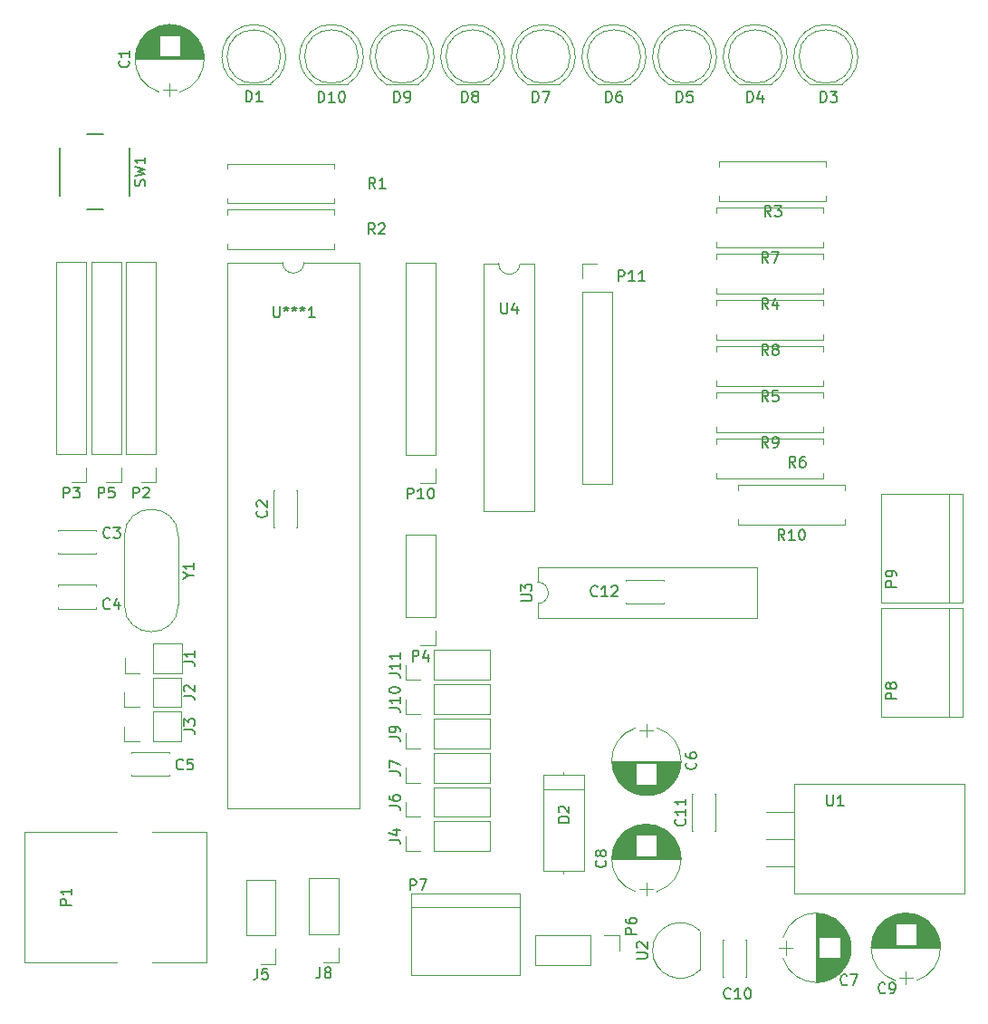
<source format=gbr>
G04 #@! TF.FileFunction,Legend,Top*
%FSLAX46Y46*%
G04 Gerber Fmt 4.6, Leading zero omitted, Abs format (unit mm)*
G04 Created by KiCad (PCBNEW 4.0.6) date Sat Sep  2 21:00:00 2017*
%MOMM*%
%LPD*%
G01*
G04 APERTURE LIST*
%ADD10C,0.100000*%
%ADD11C,0.120000*%
%ADD12C,0.150000*%
G04 APERTURE END LIST*
D10*
D11*
X93092000Y-134700000D02*
X84452000Y-134700000D01*
X101472000Y-134700000D02*
X96392000Y-134700000D01*
X93092000Y-146900000D02*
X84452000Y-146900000D01*
X101472000Y-146900000D02*
X96392000Y-146900000D01*
X84452000Y-146900000D02*
X84452000Y-134700000D01*
X101472000Y-134700000D02*
X101472000Y-146900000D01*
X132450000Y-111380000D02*
G75*
G02X132450000Y-113380000I0J-1000000D01*
G01*
X132450000Y-113380000D02*
X132450000Y-114750000D01*
X132450000Y-114750000D02*
X153010000Y-114750000D01*
X153010000Y-114750000D02*
X153010000Y-110010000D01*
X153010000Y-110010000D02*
X132450000Y-110010000D01*
X132450000Y-110010000D02*
X132450000Y-111380000D01*
X107970000Y-144390000D02*
X107970000Y-139190000D01*
X107970000Y-139190000D02*
X105190000Y-139190000D01*
X105190000Y-139190000D02*
X105190000Y-144390000D01*
X105190000Y-144390000D02*
X107970000Y-144390000D01*
X107970000Y-145660000D02*
X107970000Y-147050000D01*
X107970000Y-147050000D02*
X106580000Y-147050000D01*
X170942000Y-113792000D02*
X170942000Y-123952000D01*
X172212000Y-113792000D02*
X164592000Y-113792000D01*
X164592000Y-113792000D02*
X164592000Y-123952000D01*
X164592000Y-123952000D02*
X172212000Y-123952000D01*
X172212000Y-123952000D02*
X172212000Y-113792000D01*
X97064643Y-59415560D02*
G75*
G03X97064000Y-65592236I979357J-3088440D01*
G01*
X99023357Y-59415560D02*
G75*
G02X99024000Y-65592236I-979357J-3088440D01*
G01*
X99023357Y-59415560D02*
G75*
G03X97064000Y-59415764I-979357J-3088440D01*
G01*
X94844000Y-62504000D02*
X101244000Y-62504000D01*
X94844000Y-62464000D02*
X101244000Y-62464000D01*
X94844000Y-62424000D02*
X101244000Y-62424000D01*
X94846000Y-62384000D02*
X101242000Y-62384000D01*
X94847000Y-62344000D02*
X101241000Y-62344000D01*
X94850000Y-62304000D02*
X101238000Y-62304000D01*
X94852000Y-62264000D02*
X101236000Y-62264000D01*
X94856000Y-62224000D02*
X97064000Y-62224000D01*
X99024000Y-62224000D02*
X101232000Y-62224000D01*
X94859000Y-62184000D02*
X97064000Y-62184000D01*
X99024000Y-62184000D02*
X101229000Y-62184000D01*
X94864000Y-62144000D02*
X97064000Y-62144000D01*
X99024000Y-62144000D02*
X101224000Y-62144000D01*
X94868000Y-62104000D02*
X97064000Y-62104000D01*
X99024000Y-62104000D02*
X101220000Y-62104000D01*
X94874000Y-62064000D02*
X97064000Y-62064000D01*
X99024000Y-62064000D02*
X101214000Y-62064000D01*
X94879000Y-62024000D02*
X97064000Y-62024000D01*
X99024000Y-62024000D02*
X101209000Y-62024000D01*
X94886000Y-61984000D02*
X97064000Y-61984000D01*
X99024000Y-61984000D02*
X101202000Y-61984000D01*
X94892000Y-61944000D02*
X97064000Y-61944000D01*
X99024000Y-61944000D02*
X101196000Y-61944000D01*
X94900000Y-61904000D02*
X97064000Y-61904000D01*
X99024000Y-61904000D02*
X101188000Y-61904000D01*
X94907000Y-61864000D02*
X97064000Y-61864000D01*
X99024000Y-61864000D02*
X101181000Y-61864000D01*
X94916000Y-61824000D02*
X97064000Y-61824000D01*
X99024000Y-61824000D02*
X101172000Y-61824000D01*
X94925000Y-61783000D02*
X97064000Y-61783000D01*
X99024000Y-61783000D02*
X101163000Y-61783000D01*
X94934000Y-61743000D02*
X97064000Y-61743000D01*
X99024000Y-61743000D02*
X101154000Y-61743000D01*
X94944000Y-61703000D02*
X97064000Y-61703000D01*
X99024000Y-61703000D02*
X101144000Y-61703000D01*
X94954000Y-61663000D02*
X97064000Y-61663000D01*
X99024000Y-61663000D02*
X101134000Y-61663000D01*
X94965000Y-61623000D02*
X97064000Y-61623000D01*
X99024000Y-61623000D02*
X101123000Y-61623000D01*
X94977000Y-61583000D02*
X97064000Y-61583000D01*
X99024000Y-61583000D02*
X101111000Y-61583000D01*
X94989000Y-61543000D02*
X97064000Y-61543000D01*
X99024000Y-61543000D02*
X101099000Y-61543000D01*
X95002000Y-61503000D02*
X97064000Y-61503000D01*
X99024000Y-61503000D02*
X101086000Y-61503000D01*
X95015000Y-61463000D02*
X97064000Y-61463000D01*
X99024000Y-61463000D02*
X101073000Y-61463000D01*
X95029000Y-61423000D02*
X97064000Y-61423000D01*
X99024000Y-61423000D02*
X101059000Y-61423000D01*
X95043000Y-61383000D02*
X97064000Y-61383000D01*
X99024000Y-61383000D02*
X101045000Y-61383000D01*
X95058000Y-61343000D02*
X97064000Y-61343000D01*
X99024000Y-61343000D02*
X101030000Y-61343000D01*
X95074000Y-61303000D02*
X97064000Y-61303000D01*
X99024000Y-61303000D02*
X101014000Y-61303000D01*
X95090000Y-61263000D02*
X97064000Y-61263000D01*
X99024000Y-61263000D02*
X100998000Y-61263000D01*
X95107000Y-61223000D02*
X97064000Y-61223000D01*
X99024000Y-61223000D02*
X100981000Y-61223000D01*
X95125000Y-61183000D02*
X97064000Y-61183000D01*
X99024000Y-61183000D02*
X100963000Y-61183000D01*
X95143000Y-61143000D02*
X97064000Y-61143000D01*
X99024000Y-61143000D02*
X100945000Y-61143000D01*
X95162000Y-61103000D02*
X97064000Y-61103000D01*
X99024000Y-61103000D02*
X100926000Y-61103000D01*
X95181000Y-61063000D02*
X97064000Y-61063000D01*
X99024000Y-61063000D02*
X100907000Y-61063000D01*
X95201000Y-61023000D02*
X97064000Y-61023000D01*
X99024000Y-61023000D02*
X100887000Y-61023000D01*
X95222000Y-60983000D02*
X97064000Y-60983000D01*
X99024000Y-60983000D02*
X100866000Y-60983000D01*
X95244000Y-60943000D02*
X97064000Y-60943000D01*
X99024000Y-60943000D02*
X100844000Y-60943000D01*
X95266000Y-60903000D02*
X97064000Y-60903000D01*
X99024000Y-60903000D02*
X100822000Y-60903000D01*
X95289000Y-60863000D02*
X97064000Y-60863000D01*
X99024000Y-60863000D02*
X100799000Y-60863000D01*
X95313000Y-60823000D02*
X97064000Y-60823000D01*
X99024000Y-60823000D02*
X100775000Y-60823000D01*
X95338000Y-60783000D02*
X97064000Y-60783000D01*
X99024000Y-60783000D02*
X100750000Y-60783000D01*
X95363000Y-60743000D02*
X97064000Y-60743000D01*
X99024000Y-60743000D02*
X100725000Y-60743000D01*
X95390000Y-60703000D02*
X97064000Y-60703000D01*
X99024000Y-60703000D02*
X100698000Y-60703000D01*
X95417000Y-60663000D02*
X97064000Y-60663000D01*
X99024000Y-60663000D02*
X100671000Y-60663000D01*
X95445000Y-60623000D02*
X97064000Y-60623000D01*
X99024000Y-60623000D02*
X100643000Y-60623000D01*
X95474000Y-60583000D02*
X97064000Y-60583000D01*
X99024000Y-60583000D02*
X100614000Y-60583000D01*
X95504000Y-60543000D02*
X97064000Y-60543000D01*
X99024000Y-60543000D02*
X100584000Y-60543000D01*
X95534000Y-60503000D02*
X97064000Y-60503000D01*
X99024000Y-60503000D02*
X100554000Y-60503000D01*
X95566000Y-60463000D02*
X97064000Y-60463000D01*
X99024000Y-60463000D02*
X100522000Y-60463000D01*
X95599000Y-60423000D02*
X97064000Y-60423000D01*
X99024000Y-60423000D02*
X100489000Y-60423000D01*
X95633000Y-60383000D02*
X97064000Y-60383000D01*
X99024000Y-60383000D02*
X100455000Y-60383000D01*
X95669000Y-60343000D02*
X97064000Y-60343000D01*
X99024000Y-60343000D02*
X100419000Y-60343000D01*
X95705000Y-60303000D02*
X97064000Y-60303000D01*
X99024000Y-60303000D02*
X100383000Y-60303000D01*
X95743000Y-60263000D02*
X100345000Y-60263000D01*
X95782000Y-60223000D02*
X100306000Y-60223000D01*
X95822000Y-60183000D02*
X100266000Y-60183000D01*
X95864000Y-60143000D02*
X100224000Y-60143000D01*
X95907000Y-60103000D02*
X100181000Y-60103000D01*
X95952000Y-60063000D02*
X100136000Y-60063000D01*
X95999000Y-60023000D02*
X100089000Y-60023000D01*
X96047000Y-59983000D02*
X100041000Y-59983000D01*
X96098000Y-59943000D02*
X99990000Y-59943000D01*
X96150000Y-59903000D02*
X99938000Y-59903000D01*
X96205000Y-59863000D02*
X99883000Y-59863000D01*
X96263000Y-59823000D02*
X99825000Y-59823000D01*
X96323000Y-59783000D02*
X99765000Y-59783000D01*
X96386000Y-59743000D02*
X99702000Y-59743000D01*
X96453000Y-59703000D02*
X99635000Y-59703000D01*
X96524000Y-59663000D02*
X99564000Y-59663000D01*
X96599000Y-59623000D02*
X99489000Y-59623000D01*
X96680000Y-59583000D02*
X99408000Y-59583000D01*
X96766000Y-59543000D02*
X99322000Y-59543000D01*
X96860000Y-59503000D02*
X99228000Y-59503000D01*
X96963000Y-59463000D02*
X99125000Y-59463000D01*
X97078000Y-59423000D02*
X99010000Y-59423000D01*
X97210000Y-59383000D02*
X98878000Y-59383000D01*
X97368000Y-59343000D02*
X98720000Y-59343000D01*
X97576000Y-59303000D02*
X98512000Y-59303000D01*
X98044000Y-65954000D02*
X98044000Y-64754000D01*
X97394000Y-65354000D02*
X98694000Y-65354000D01*
X107730000Y-106300000D02*
X107730000Y-102780000D01*
X109950000Y-106300000D02*
X109950000Y-102780000D01*
X107730000Y-106300000D02*
X107844000Y-106300000D01*
X109836000Y-106300000D02*
X109950000Y-106300000D01*
X107730000Y-102780000D02*
X107844000Y-102780000D01*
X109836000Y-102780000D02*
X109950000Y-102780000D01*
X87650000Y-106520000D02*
X91170000Y-106520000D01*
X87650000Y-108740000D02*
X91170000Y-108740000D01*
X87650000Y-106520000D02*
X87650000Y-106634000D01*
X87650000Y-108626000D02*
X87650000Y-108740000D01*
X91170000Y-106520000D02*
X91170000Y-106634000D01*
X91170000Y-108626000D02*
X91170000Y-108740000D01*
X87650000Y-111630000D02*
X91170000Y-111630000D01*
X87650000Y-113850000D02*
X91170000Y-113850000D01*
X87650000Y-111630000D02*
X87650000Y-111744000D01*
X87650000Y-113736000D02*
X87650000Y-113850000D01*
X91170000Y-111630000D02*
X91170000Y-111744000D01*
X91170000Y-113736000D02*
X91170000Y-113850000D01*
X98020000Y-129470000D02*
X94500000Y-129470000D01*
X98020000Y-127250000D02*
X94500000Y-127250000D01*
X98020000Y-129470000D02*
X98020000Y-129356000D01*
X98020000Y-127364000D02*
X98020000Y-127250000D01*
X94500000Y-129470000D02*
X94500000Y-129356000D01*
X94500000Y-127364000D02*
X94500000Y-127250000D01*
X143602612Y-131165429D02*
G75*
G03X143603255Y-124988753I-979357J3088440D01*
G01*
X141643898Y-131165429D02*
G75*
G02X141643255Y-124988753I979357J3088440D01*
G01*
X141643898Y-131165429D02*
G75*
G03X143603255Y-131165225I979357J3088440D01*
G01*
X145823255Y-128076989D02*
X139423255Y-128076989D01*
X145823255Y-128116989D02*
X139423255Y-128116989D01*
X145823255Y-128156989D02*
X139423255Y-128156989D01*
X145821255Y-128196989D02*
X139425255Y-128196989D01*
X145820255Y-128236989D02*
X139426255Y-128236989D01*
X145817255Y-128276989D02*
X139429255Y-128276989D01*
X145815255Y-128316989D02*
X139431255Y-128316989D01*
X145811255Y-128356989D02*
X143603255Y-128356989D01*
X141643255Y-128356989D02*
X139435255Y-128356989D01*
X145808255Y-128396989D02*
X143603255Y-128396989D01*
X141643255Y-128396989D02*
X139438255Y-128396989D01*
X145803255Y-128436989D02*
X143603255Y-128436989D01*
X141643255Y-128436989D02*
X139443255Y-128436989D01*
X145799255Y-128476989D02*
X143603255Y-128476989D01*
X141643255Y-128476989D02*
X139447255Y-128476989D01*
X145793255Y-128516989D02*
X143603255Y-128516989D01*
X141643255Y-128516989D02*
X139453255Y-128516989D01*
X145788255Y-128556989D02*
X143603255Y-128556989D01*
X141643255Y-128556989D02*
X139458255Y-128556989D01*
X145781255Y-128596989D02*
X143603255Y-128596989D01*
X141643255Y-128596989D02*
X139465255Y-128596989D01*
X145775255Y-128636989D02*
X143603255Y-128636989D01*
X141643255Y-128636989D02*
X139471255Y-128636989D01*
X145767255Y-128676989D02*
X143603255Y-128676989D01*
X141643255Y-128676989D02*
X139479255Y-128676989D01*
X145760255Y-128716989D02*
X143603255Y-128716989D01*
X141643255Y-128716989D02*
X139486255Y-128716989D01*
X145751255Y-128756989D02*
X143603255Y-128756989D01*
X141643255Y-128756989D02*
X139495255Y-128756989D01*
X145742255Y-128797989D02*
X143603255Y-128797989D01*
X141643255Y-128797989D02*
X139504255Y-128797989D01*
X145733255Y-128837989D02*
X143603255Y-128837989D01*
X141643255Y-128837989D02*
X139513255Y-128837989D01*
X145723255Y-128877989D02*
X143603255Y-128877989D01*
X141643255Y-128877989D02*
X139523255Y-128877989D01*
X145713255Y-128917989D02*
X143603255Y-128917989D01*
X141643255Y-128917989D02*
X139533255Y-128917989D01*
X145702255Y-128957989D02*
X143603255Y-128957989D01*
X141643255Y-128957989D02*
X139544255Y-128957989D01*
X145690255Y-128997989D02*
X143603255Y-128997989D01*
X141643255Y-128997989D02*
X139556255Y-128997989D01*
X145678255Y-129037989D02*
X143603255Y-129037989D01*
X141643255Y-129037989D02*
X139568255Y-129037989D01*
X145665255Y-129077989D02*
X143603255Y-129077989D01*
X141643255Y-129077989D02*
X139581255Y-129077989D01*
X145652255Y-129117989D02*
X143603255Y-129117989D01*
X141643255Y-129117989D02*
X139594255Y-129117989D01*
X145638255Y-129157989D02*
X143603255Y-129157989D01*
X141643255Y-129157989D02*
X139608255Y-129157989D01*
X145624255Y-129197989D02*
X143603255Y-129197989D01*
X141643255Y-129197989D02*
X139622255Y-129197989D01*
X145609255Y-129237989D02*
X143603255Y-129237989D01*
X141643255Y-129237989D02*
X139637255Y-129237989D01*
X145593255Y-129277989D02*
X143603255Y-129277989D01*
X141643255Y-129277989D02*
X139653255Y-129277989D01*
X145577255Y-129317989D02*
X143603255Y-129317989D01*
X141643255Y-129317989D02*
X139669255Y-129317989D01*
X145560255Y-129357989D02*
X143603255Y-129357989D01*
X141643255Y-129357989D02*
X139686255Y-129357989D01*
X145542255Y-129397989D02*
X143603255Y-129397989D01*
X141643255Y-129397989D02*
X139704255Y-129397989D01*
X145524255Y-129437989D02*
X143603255Y-129437989D01*
X141643255Y-129437989D02*
X139722255Y-129437989D01*
X145505255Y-129477989D02*
X143603255Y-129477989D01*
X141643255Y-129477989D02*
X139741255Y-129477989D01*
X145486255Y-129517989D02*
X143603255Y-129517989D01*
X141643255Y-129517989D02*
X139760255Y-129517989D01*
X145466255Y-129557989D02*
X143603255Y-129557989D01*
X141643255Y-129557989D02*
X139780255Y-129557989D01*
X145445255Y-129597989D02*
X143603255Y-129597989D01*
X141643255Y-129597989D02*
X139801255Y-129597989D01*
X145423255Y-129637989D02*
X143603255Y-129637989D01*
X141643255Y-129637989D02*
X139823255Y-129637989D01*
X145401255Y-129677989D02*
X143603255Y-129677989D01*
X141643255Y-129677989D02*
X139845255Y-129677989D01*
X145378255Y-129717989D02*
X143603255Y-129717989D01*
X141643255Y-129717989D02*
X139868255Y-129717989D01*
X145354255Y-129757989D02*
X143603255Y-129757989D01*
X141643255Y-129757989D02*
X139892255Y-129757989D01*
X145329255Y-129797989D02*
X143603255Y-129797989D01*
X141643255Y-129797989D02*
X139917255Y-129797989D01*
X145304255Y-129837989D02*
X143603255Y-129837989D01*
X141643255Y-129837989D02*
X139942255Y-129837989D01*
X145277255Y-129877989D02*
X143603255Y-129877989D01*
X141643255Y-129877989D02*
X139969255Y-129877989D01*
X145250255Y-129917989D02*
X143603255Y-129917989D01*
X141643255Y-129917989D02*
X139996255Y-129917989D01*
X145222255Y-129957989D02*
X143603255Y-129957989D01*
X141643255Y-129957989D02*
X140024255Y-129957989D01*
X145193255Y-129997989D02*
X143603255Y-129997989D01*
X141643255Y-129997989D02*
X140053255Y-129997989D01*
X145163255Y-130037989D02*
X143603255Y-130037989D01*
X141643255Y-130037989D02*
X140083255Y-130037989D01*
X145133255Y-130077989D02*
X143603255Y-130077989D01*
X141643255Y-130077989D02*
X140113255Y-130077989D01*
X145101255Y-130117989D02*
X143603255Y-130117989D01*
X141643255Y-130117989D02*
X140145255Y-130117989D01*
X145068255Y-130157989D02*
X143603255Y-130157989D01*
X141643255Y-130157989D02*
X140178255Y-130157989D01*
X145034255Y-130197989D02*
X143603255Y-130197989D01*
X141643255Y-130197989D02*
X140212255Y-130197989D01*
X144998255Y-130237989D02*
X143603255Y-130237989D01*
X141643255Y-130237989D02*
X140248255Y-130237989D01*
X144962255Y-130277989D02*
X143603255Y-130277989D01*
X141643255Y-130277989D02*
X140284255Y-130277989D01*
X144924255Y-130317989D02*
X140322255Y-130317989D01*
X144885255Y-130357989D02*
X140361255Y-130357989D01*
X144845255Y-130397989D02*
X140401255Y-130397989D01*
X144803255Y-130437989D02*
X140443255Y-130437989D01*
X144760255Y-130477989D02*
X140486255Y-130477989D01*
X144715255Y-130517989D02*
X140531255Y-130517989D01*
X144668255Y-130557989D02*
X140578255Y-130557989D01*
X144620255Y-130597989D02*
X140626255Y-130597989D01*
X144569255Y-130637989D02*
X140677255Y-130637989D01*
X144517255Y-130677989D02*
X140729255Y-130677989D01*
X144462255Y-130717989D02*
X140784255Y-130717989D01*
X144404255Y-130757989D02*
X140842255Y-130757989D01*
X144344255Y-130797989D02*
X140902255Y-130797989D01*
X144281255Y-130837989D02*
X140965255Y-130837989D01*
X144214255Y-130877989D02*
X141032255Y-130877989D01*
X144143255Y-130917989D02*
X141103255Y-130917989D01*
X144068255Y-130957989D02*
X141178255Y-130957989D01*
X143987255Y-130997989D02*
X141259255Y-130997989D01*
X143901255Y-131037989D02*
X141345255Y-131037989D01*
X143807255Y-131077989D02*
X141439255Y-131077989D01*
X143704255Y-131117989D02*
X141542255Y-131117989D01*
X143589255Y-131157989D02*
X141657255Y-131157989D01*
X143457255Y-131197989D02*
X141789255Y-131197989D01*
X143299255Y-131237989D02*
X141947255Y-131237989D01*
X143091255Y-131277989D02*
X142155255Y-131277989D01*
X142623255Y-124626989D02*
X142623255Y-125826989D01*
X143273255Y-125226989D02*
X141973255Y-125226989D01*
X161578440Y-144562643D02*
G75*
G03X155401764Y-144562000I-3088440J-979357D01*
G01*
X161578440Y-146521357D02*
G75*
G02X155401764Y-146522000I-3088440J979357D01*
G01*
X161578440Y-146521357D02*
G75*
G03X161578236Y-144562000I-3088440J979357D01*
G01*
X158490000Y-142342000D02*
X158490000Y-148742000D01*
X158530000Y-142342000D02*
X158530000Y-148742000D01*
X158570000Y-142342000D02*
X158570000Y-148742000D01*
X158610000Y-142344000D02*
X158610000Y-148740000D01*
X158650000Y-142345000D02*
X158650000Y-148739000D01*
X158690000Y-142348000D02*
X158690000Y-148736000D01*
X158730000Y-142350000D02*
X158730000Y-148734000D01*
X158770000Y-142354000D02*
X158770000Y-144562000D01*
X158770000Y-146522000D02*
X158770000Y-148730000D01*
X158810000Y-142357000D02*
X158810000Y-144562000D01*
X158810000Y-146522000D02*
X158810000Y-148727000D01*
X158850000Y-142362000D02*
X158850000Y-144562000D01*
X158850000Y-146522000D02*
X158850000Y-148722000D01*
X158890000Y-142366000D02*
X158890000Y-144562000D01*
X158890000Y-146522000D02*
X158890000Y-148718000D01*
X158930000Y-142372000D02*
X158930000Y-144562000D01*
X158930000Y-146522000D02*
X158930000Y-148712000D01*
X158970000Y-142377000D02*
X158970000Y-144562000D01*
X158970000Y-146522000D02*
X158970000Y-148707000D01*
X159010000Y-142384000D02*
X159010000Y-144562000D01*
X159010000Y-146522000D02*
X159010000Y-148700000D01*
X159050000Y-142390000D02*
X159050000Y-144562000D01*
X159050000Y-146522000D02*
X159050000Y-148694000D01*
X159090000Y-142398000D02*
X159090000Y-144562000D01*
X159090000Y-146522000D02*
X159090000Y-148686000D01*
X159130000Y-142405000D02*
X159130000Y-144562000D01*
X159130000Y-146522000D02*
X159130000Y-148679000D01*
X159170000Y-142414000D02*
X159170000Y-144562000D01*
X159170000Y-146522000D02*
X159170000Y-148670000D01*
X159211000Y-142423000D02*
X159211000Y-144562000D01*
X159211000Y-146522000D02*
X159211000Y-148661000D01*
X159251000Y-142432000D02*
X159251000Y-144562000D01*
X159251000Y-146522000D02*
X159251000Y-148652000D01*
X159291000Y-142442000D02*
X159291000Y-144562000D01*
X159291000Y-146522000D02*
X159291000Y-148642000D01*
X159331000Y-142452000D02*
X159331000Y-144562000D01*
X159331000Y-146522000D02*
X159331000Y-148632000D01*
X159371000Y-142463000D02*
X159371000Y-144562000D01*
X159371000Y-146522000D02*
X159371000Y-148621000D01*
X159411000Y-142475000D02*
X159411000Y-144562000D01*
X159411000Y-146522000D02*
X159411000Y-148609000D01*
X159451000Y-142487000D02*
X159451000Y-144562000D01*
X159451000Y-146522000D02*
X159451000Y-148597000D01*
X159491000Y-142500000D02*
X159491000Y-144562000D01*
X159491000Y-146522000D02*
X159491000Y-148584000D01*
X159531000Y-142513000D02*
X159531000Y-144562000D01*
X159531000Y-146522000D02*
X159531000Y-148571000D01*
X159571000Y-142527000D02*
X159571000Y-144562000D01*
X159571000Y-146522000D02*
X159571000Y-148557000D01*
X159611000Y-142541000D02*
X159611000Y-144562000D01*
X159611000Y-146522000D02*
X159611000Y-148543000D01*
X159651000Y-142556000D02*
X159651000Y-144562000D01*
X159651000Y-146522000D02*
X159651000Y-148528000D01*
X159691000Y-142572000D02*
X159691000Y-144562000D01*
X159691000Y-146522000D02*
X159691000Y-148512000D01*
X159731000Y-142588000D02*
X159731000Y-144562000D01*
X159731000Y-146522000D02*
X159731000Y-148496000D01*
X159771000Y-142605000D02*
X159771000Y-144562000D01*
X159771000Y-146522000D02*
X159771000Y-148479000D01*
X159811000Y-142623000D02*
X159811000Y-144562000D01*
X159811000Y-146522000D02*
X159811000Y-148461000D01*
X159851000Y-142641000D02*
X159851000Y-144562000D01*
X159851000Y-146522000D02*
X159851000Y-148443000D01*
X159891000Y-142660000D02*
X159891000Y-144562000D01*
X159891000Y-146522000D02*
X159891000Y-148424000D01*
X159931000Y-142679000D02*
X159931000Y-144562000D01*
X159931000Y-146522000D02*
X159931000Y-148405000D01*
X159971000Y-142699000D02*
X159971000Y-144562000D01*
X159971000Y-146522000D02*
X159971000Y-148385000D01*
X160011000Y-142720000D02*
X160011000Y-144562000D01*
X160011000Y-146522000D02*
X160011000Y-148364000D01*
X160051000Y-142742000D02*
X160051000Y-144562000D01*
X160051000Y-146522000D02*
X160051000Y-148342000D01*
X160091000Y-142764000D02*
X160091000Y-144562000D01*
X160091000Y-146522000D02*
X160091000Y-148320000D01*
X160131000Y-142787000D02*
X160131000Y-144562000D01*
X160131000Y-146522000D02*
X160131000Y-148297000D01*
X160171000Y-142811000D02*
X160171000Y-144562000D01*
X160171000Y-146522000D02*
X160171000Y-148273000D01*
X160211000Y-142836000D02*
X160211000Y-144562000D01*
X160211000Y-146522000D02*
X160211000Y-148248000D01*
X160251000Y-142861000D02*
X160251000Y-144562000D01*
X160251000Y-146522000D02*
X160251000Y-148223000D01*
X160291000Y-142888000D02*
X160291000Y-144562000D01*
X160291000Y-146522000D02*
X160291000Y-148196000D01*
X160331000Y-142915000D02*
X160331000Y-144562000D01*
X160331000Y-146522000D02*
X160331000Y-148169000D01*
X160371000Y-142943000D02*
X160371000Y-144562000D01*
X160371000Y-146522000D02*
X160371000Y-148141000D01*
X160411000Y-142972000D02*
X160411000Y-144562000D01*
X160411000Y-146522000D02*
X160411000Y-148112000D01*
X160451000Y-143002000D02*
X160451000Y-144562000D01*
X160451000Y-146522000D02*
X160451000Y-148082000D01*
X160491000Y-143032000D02*
X160491000Y-144562000D01*
X160491000Y-146522000D02*
X160491000Y-148052000D01*
X160531000Y-143064000D02*
X160531000Y-144562000D01*
X160531000Y-146522000D02*
X160531000Y-148020000D01*
X160571000Y-143097000D02*
X160571000Y-144562000D01*
X160571000Y-146522000D02*
X160571000Y-147987000D01*
X160611000Y-143131000D02*
X160611000Y-144562000D01*
X160611000Y-146522000D02*
X160611000Y-147953000D01*
X160651000Y-143167000D02*
X160651000Y-144562000D01*
X160651000Y-146522000D02*
X160651000Y-147917000D01*
X160691000Y-143203000D02*
X160691000Y-144562000D01*
X160691000Y-146522000D02*
X160691000Y-147881000D01*
X160731000Y-143241000D02*
X160731000Y-147843000D01*
X160771000Y-143280000D02*
X160771000Y-147804000D01*
X160811000Y-143320000D02*
X160811000Y-147764000D01*
X160851000Y-143362000D02*
X160851000Y-147722000D01*
X160891000Y-143405000D02*
X160891000Y-147679000D01*
X160931000Y-143450000D02*
X160931000Y-147634000D01*
X160971000Y-143497000D02*
X160971000Y-147587000D01*
X161011000Y-143545000D02*
X161011000Y-147539000D01*
X161051000Y-143596000D02*
X161051000Y-147488000D01*
X161091000Y-143648000D02*
X161091000Y-147436000D01*
X161131000Y-143703000D02*
X161131000Y-147381000D01*
X161171000Y-143761000D02*
X161171000Y-147323000D01*
X161211000Y-143821000D02*
X161211000Y-147263000D01*
X161251000Y-143884000D02*
X161251000Y-147200000D01*
X161291000Y-143951000D02*
X161291000Y-147133000D01*
X161331000Y-144022000D02*
X161331000Y-147062000D01*
X161371000Y-144097000D02*
X161371000Y-146987000D01*
X161411000Y-144178000D02*
X161411000Y-146906000D01*
X161451000Y-144264000D02*
X161451000Y-146820000D01*
X161491000Y-144358000D02*
X161491000Y-146726000D01*
X161531000Y-144461000D02*
X161531000Y-146623000D01*
X161571000Y-144576000D02*
X161571000Y-146508000D01*
X161611000Y-144708000D02*
X161611000Y-146376000D01*
X161651000Y-144866000D02*
X161651000Y-146218000D01*
X161691000Y-145074000D02*
X161691000Y-146010000D01*
X155040000Y-145542000D02*
X156240000Y-145542000D01*
X155640000Y-144892000D02*
X155640000Y-146192000D01*
X141643898Y-134132549D02*
G75*
G03X141643255Y-140309225I979357J-3088440D01*
G01*
X143602612Y-134132549D02*
G75*
G02X143603255Y-140309225I-979357J-3088440D01*
G01*
X143602612Y-134132549D02*
G75*
G03X141643255Y-134132753I-979357J-3088440D01*
G01*
X139423255Y-137220989D02*
X145823255Y-137220989D01*
X139423255Y-137180989D02*
X145823255Y-137180989D01*
X139423255Y-137140989D02*
X145823255Y-137140989D01*
X139425255Y-137100989D02*
X145821255Y-137100989D01*
X139426255Y-137060989D02*
X145820255Y-137060989D01*
X139429255Y-137020989D02*
X145817255Y-137020989D01*
X139431255Y-136980989D02*
X145815255Y-136980989D01*
X139435255Y-136940989D02*
X141643255Y-136940989D01*
X143603255Y-136940989D02*
X145811255Y-136940989D01*
X139438255Y-136900989D02*
X141643255Y-136900989D01*
X143603255Y-136900989D02*
X145808255Y-136900989D01*
X139443255Y-136860989D02*
X141643255Y-136860989D01*
X143603255Y-136860989D02*
X145803255Y-136860989D01*
X139447255Y-136820989D02*
X141643255Y-136820989D01*
X143603255Y-136820989D02*
X145799255Y-136820989D01*
X139453255Y-136780989D02*
X141643255Y-136780989D01*
X143603255Y-136780989D02*
X145793255Y-136780989D01*
X139458255Y-136740989D02*
X141643255Y-136740989D01*
X143603255Y-136740989D02*
X145788255Y-136740989D01*
X139465255Y-136700989D02*
X141643255Y-136700989D01*
X143603255Y-136700989D02*
X145781255Y-136700989D01*
X139471255Y-136660989D02*
X141643255Y-136660989D01*
X143603255Y-136660989D02*
X145775255Y-136660989D01*
X139479255Y-136620989D02*
X141643255Y-136620989D01*
X143603255Y-136620989D02*
X145767255Y-136620989D01*
X139486255Y-136580989D02*
X141643255Y-136580989D01*
X143603255Y-136580989D02*
X145760255Y-136580989D01*
X139495255Y-136540989D02*
X141643255Y-136540989D01*
X143603255Y-136540989D02*
X145751255Y-136540989D01*
X139504255Y-136499989D02*
X141643255Y-136499989D01*
X143603255Y-136499989D02*
X145742255Y-136499989D01*
X139513255Y-136459989D02*
X141643255Y-136459989D01*
X143603255Y-136459989D02*
X145733255Y-136459989D01*
X139523255Y-136419989D02*
X141643255Y-136419989D01*
X143603255Y-136419989D02*
X145723255Y-136419989D01*
X139533255Y-136379989D02*
X141643255Y-136379989D01*
X143603255Y-136379989D02*
X145713255Y-136379989D01*
X139544255Y-136339989D02*
X141643255Y-136339989D01*
X143603255Y-136339989D02*
X145702255Y-136339989D01*
X139556255Y-136299989D02*
X141643255Y-136299989D01*
X143603255Y-136299989D02*
X145690255Y-136299989D01*
X139568255Y-136259989D02*
X141643255Y-136259989D01*
X143603255Y-136259989D02*
X145678255Y-136259989D01*
X139581255Y-136219989D02*
X141643255Y-136219989D01*
X143603255Y-136219989D02*
X145665255Y-136219989D01*
X139594255Y-136179989D02*
X141643255Y-136179989D01*
X143603255Y-136179989D02*
X145652255Y-136179989D01*
X139608255Y-136139989D02*
X141643255Y-136139989D01*
X143603255Y-136139989D02*
X145638255Y-136139989D01*
X139622255Y-136099989D02*
X141643255Y-136099989D01*
X143603255Y-136099989D02*
X145624255Y-136099989D01*
X139637255Y-136059989D02*
X141643255Y-136059989D01*
X143603255Y-136059989D02*
X145609255Y-136059989D01*
X139653255Y-136019989D02*
X141643255Y-136019989D01*
X143603255Y-136019989D02*
X145593255Y-136019989D01*
X139669255Y-135979989D02*
X141643255Y-135979989D01*
X143603255Y-135979989D02*
X145577255Y-135979989D01*
X139686255Y-135939989D02*
X141643255Y-135939989D01*
X143603255Y-135939989D02*
X145560255Y-135939989D01*
X139704255Y-135899989D02*
X141643255Y-135899989D01*
X143603255Y-135899989D02*
X145542255Y-135899989D01*
X139722255Y-135859989D02*
X141643255Y-135859989D01*
X143603255Y-135859989D02*
X145524255Y-135859989D01*
X139741255Y-135819989D02*
X141643255Y-135819989D01*
X143603255Y-135819989D02*
X145505255Y-135819989D01*
X139760255Y-135779989D02*
X141643255Y-135779989D01*
X143603255Y-135779989D02*
X145486255Y-135779989D01*
X139780255Y-135739989D02*
X141643255Y-135739989D01*
X143603255Y-135739989D02*
X145466255Y-135739989D01*
X139801255Y-135699989D02*
X141643255Y-135699989D01*
X143603255Y-135699989D02*
X145445255Y-135699989D01*
X139823255Y-135659989D02*
X141643255Y-135659989D01*
X143603255Y-135659989D02*
X145423255Y-135659989D01*
X139845255Y-135619989D02*
X141643255Y-135619989D01*
X143603255Y-135619989D02*
X145401255Y-135619989D01*
X139868255Y-135579989D02*
X141643255Y-135579989D01*
X143603255Y-135579989D02*
X145378255Y-135579989D01*
X139892255Y-135539989D02*
X141643255Y-135539989D01*
X143603255Y-135539989D02*
X145354255Y-135539989D01*
X139917255Y-135499989D02*
X141643255Y-135499989D01*
X143603255Y-135499989D02*
X145329255Y-135499989D01*
X139942255Y-135459989D02*
X141643255Y-135459989D01*
X143603255Y-135459989D02*
X145304255Y-135459989D01*
X139969255Y-135419989D02*
X141643255Y-135419989D01*
X143603255Y-135419989D02*
X145277255Y-135419989D01*
X139996255Y-135379989D02*
X141643255Y-135379989D01*
X143603255Y-135379989D02*
X145250255Y-135379989D01*
X140024255Y-135339989D02*
X141643255Y-135339989D01*
X143603255Y-135339989D02*
X145222255Y-135339989D01*
X140053255Y-135299989D02*
X141643255Y-135299989D01*
X143603255Y-135299989D02*
X145193255Y-135299989D01*
X140083255Y-135259989D02*
X141643255Y-135259989D01*
X143603255Y-135259989D02*
X145163255Y-135259989D01*
X140113255Y-135219989D02*
X141643255Y-135219989D01*
X143603255Y-135219989D02*
X145133255Y-135219989D01*
X140145255Y-135179989D02*
X141643255Y-135179989D01*
X143603255Y-135179989D02*
X145101255Y-135179989D01*
X140178255Y-135139989D02*
X141643255Y-135139989D01*
X143603255Y-135139989D02*
X145068255Y-135139989D01*
X140212255Y-135099989D02*
X141643255Y-135099989D01*
X143603255Y-135099989D02*
X145034255Y-135099989D01*
X140248255Y-135059989D02*
X141643255Y-135059989D01*
X143603255Y-135059989D02*
X144998255Y-135059989D01*
X140284255Y-135019989D02*
X141643255Y-135019989D01*
X143603255Y-135019989D02*
X144962255Y-135019989D01*
X140322255Y-134979989D02*
X144924255Y-134979989D01*
X140361255Y-134939989D02*
X144885255Y-134939989D01*
X140401255Y-134899989D02*
X144845255Y-134899989D01*
X140443255Y-134859989D02*
X144803255Y-134859989D01*
X140486255Y-134819989D02*
X144760255Y-134819989D01*
X140531255Y-134779989D02*
X144715255Y-134779989D01*
X140578255Y-134739989D02*
X144668255Y-134739989D01*
X140626255Y-134699989D02*
X144620255Y-134699989D01*
X140677255Y-134659989D02*
X144569255Y-134659989D01*
X140729255Y-134619989D02*
X144517255Y-134619989D01*
X140784255Y-134579989D02*
X144462255Y-134579989D01*
X140842255Y-134539989D02*
X144404255Y-134539989D01*
X140902255Y-134499989D02*
X144344255Y-134499989D01*
X140965255Y-134459989D02*
X144281255Y-134459989D01*
X141032255Y-134419989D02*
X144214255Y-134419989D01*
X141103255Y-134379989D02*
X144143255Y-134379989D01*
X141178255Y-134339989D02*
X144068255Y-134339989D01*
X141259255Y-134299989D02*
X143987255Y-134299989D01*
X141345255Y-134259989D02*
X143901255Y-134259989D01*
X141439255Y-134219989D02*
X143807255Y-134219989D01*
X141542255Y-134179989D02*
X143704255Y-134179989D01*
X141657255Y-134139989D02*
X143589255Y-134139989D01*
X141789255Y-134099989D02*
X143457255Y-134099989D01*
X141947255Y-134059989D02*
X143299255Y-134059989D01*
X142155255Y-134019989D02*
X143091255Y-134019989D01*
X142623255Y-140670989D02*
X142623255Y-139470989D01*
X141973255Y-140070989D02*
X143273255Y-140070989D01*
X165898643Y-142433560D02*
G75*
G03X165898000Y-148610236I979357J-3088440D01*
G01*
X167857357Y-142433560D02*
G75*
G02X167858000Y-148610236I-979357J-3088440D01*
G01*
X167857357Y-142433560D02*
G75*
G03X165898000Y-142433764I-979357J-3088440D01*
G01*
X163678000Y-145522000D02*
X170078000Y-145522000D01*
X163678000Y-145482000D02*
X170078000Y-145482000D01*
X163678000Y-145442000D02*
X170078000Y-145442000D01*
X163680000Y-145402000D02*
X170076000Y-145402000D01*
X163681000Y-145362000D02*
X170075000Y-145362000D01*
X163684000Y-145322000D02*
X170072000Y-145322000D01*
X163686000Y-145282000D02*
X170070000Y-145282000D01*
X163690000Y-145242000D02*
X165898000Y-145242000D01*
X167858000Y-145242000D02*
X170066000Y-145242000D01*
X163693000Y-145202000D02*
X165898000Y-145202000D01*
X167858000Y-145202000D02*
X170063000Y-145202000D01*
X163698000Y-145162000D02*
X165898000Y-145162000D01*
X167858000Y-145162000D02*
X170058000Y-145162000D01*
X163702000Y-145122000D02*
X165898000Y-145122000D01*
X167858000Y-145122000D02*
X170054000Y-145122000D01*
X163708000Y-145082000D02*
X165898000Y-145082000D01*
X167858000Y-145082000D02*
X170048000Y-145082000D01*
X163713000Y-145042000D02*
X165898000Y-145042000D01*
X167858000Y-145042000D02*
X170043000Y-145042000D01*
X163720000Y-145002000D02*
X165898000Y-145002000D01*
X167858000Y-145002000D02*
X170036000Y-145002000D01*
X163726000Y-144962000D02*
X165898000Y-144962000D01*
X167858000Y-144962000D02*
X170030000Y-144962000D01*
X163734000Y-144922000D02*
X165898000Y-144922000D01*
X167858000Y-144922000D02*
X170022000Y-144922000D01*
X163741000Y-144882000D02*
X165898000Y-144882000D01*
X167858000Y-144882000D02*
X170015000Y-144882000D01*
X163750000Y-144842000D02*
X165898000Y-144842000D01*
X167858000Y-144842000D02*
X170006000Y-144842000D01*
X163759000Y-144801000D02*
X165898000Y-144801000D01*
X167858000Y-144801000D02*
X169997000Y-144801000D01*
X163768000Y-144761000D02*
X165898000Y-144761000D01*
X167858000Y-144761000D02*
X169988000Y-144761000D01*
X163778000Y-144721000D02*
X165898000Y-144721000D01*
X167858000Y-144721000D02*
X169978000Y-144721000D01*
X163788000Y-144681000D02*
X165898000Y-144681000D01*
X167858000Y-144681000D02*
X169968000Y-144681000D01*
X163799000Y-144641000D02*
X165898000Y-144641000D01*
X167858000Y-144641000D02*
X169957000Y-144641000D01*
X163811000Y-144601000D02*
X165898000Y-144601000D01*
X167858000Y-144601000D02*
X169945000Y-144601000D01*
X163823000Y-144561000D02*
X165898000Y-144561000D01*
X167858000Y-144561000D02*
X169933000Y-144561000D01*
X163836000Y-144521000D02*
X165898000Y-144521000D01*
X167858000Y-144521000D02*
X169920000Y-144521000D01*
X163849000Y-144481000D02*
X165898000Y-144481000D01*
X167858000Y-144481000D02*
X169907000Y-144481000D01*
X163863000Y-144441000D02*
X165898000Y-144441000D01*
X167858000Y-144441000D02*
X169893000Y-144441000D01*
X163877000Y-144401000D02*
X165898000Y-144401000D01*
X167858000Y-144401000D02*
X169879000Y-144401000D01*
X163892000Y-144361000D02*
X165898000Y-144361000D01*
X167858000Y-144361000D02*
X169864000Y-144361000D01*
X163908000Y-144321000D02*
X165898000Y-144321000D01*
X167858000Y-144321000D02*
X169848000Y-144321000D01*
X163924000Y-144281000D02*
X165898000Y-144281000D01*
X167858000Y-144281000D02*
X169832000Y-144281000D01*
X163941000Y-144241000D02*
X165898000Y-144241000D01*
X167858000Y-144241000D02*
X169815000Y-144241000D01*
X163959000Y-144201000D02*
X165898000Y-144201000D01*
X167858000Y-144201000D02*
X169797000Y-144201000D01*
X163977000Y-144161000D02*
X165898000Y-144161000D01*
X167858000Y-144161000D02*
X169779000Y-144161000D01*
X163996000Y-144121000D02*
X165898000Y-144121000D01*
X167858000Y-144121000D02*
X169760000Y-144121000D01*
X164015000Y-144081000D02*
X165898000Y-144081000D01*
X167858000Y-144081000D02*
X169741000Y-144081000D01*
X164035000Y-144041000D02*
X165898000Y-144041000D01*
X167858000Y-144041000D02*
X169721000Y-144041000D01*
X164056000Y-144001000D02*
X165898000Y-144001000D01*
X167858000Y-144001000D02*
X169700000Y-144001000D01*
X164078000Y-143961000D02*
X165898000Y-143961000D01*
X167858000Y-143961000D02*
X169678000Y-143961000D01*
X164100000Y-143921000D02*
X165898000Y-143921000D01*
X167858000Y-143921000D02*
X169656000Y-143921000D01*
X164123000Y-143881000D02*
X165898000Y-143881000D01*
X167858000Y-143881000D02*
X169633000Y-143881000D01*
X164147000Y-143841000D02*
X165898000Y-143841000D01*
X167858000Y-143841000D02*
X169609000Y-143841000D01*
X164172000Y-143801000D02*
X165898000Y-143801000D01*
X167858000Y-143801000D02*
X169584000Y-143801000D01*
X164197000Y-143761000D02*
X165898000Y-143761000D01*
X167858000Y-143761000D02*
X169559000Y-143761000D01*
X164224000Y-143721000D02*
X165898000Y-143721000D01*
X167858000Y-143721000D02*
X169532000Y-143721000D01*
X164251000Y-143681000D02*
X165898000Y-143681000D01*
X167858000Y-143681000D02*
X169505000Y-143681000D01*
X164279000Y-143641000D02*
X165898000Y-143641000D01*
X167858000Y-143641000D02*
X169477000Y-143641000D01*
X164308000Y-143601000D02*
X165898000Y-143601000D01*
X167858000Y-143601000D02*
X169448000Y-143601000D01*
X164338000Y-143561000D02*
X165898000Y-143561000D01*
X167858000Y-143561000D02*
X169418000Y-143561000D01*
X164368000Y-143521000D02*
X165898000Y-143521000D01*
X167858000Y-143521000D02*
X169388000Y-143521000D01*
X164400000Y-143481000D02*
X165898000Y-143481000D01*
X167858000Y-143481000D02*
X169356000Y-143481000D01*
X164433000Y-143441000D02*
X165898000Y-143441000D01*
X167858000Y-143441000D02*
X169323000Y-143441000D01*
X164467000Y-143401000D02*
X165898000Y-143401000D01*
X167858000Y-143401000D02*
X169289000Y-143401000D01*
X164503000Y-143361000D02*
X165898000Y-143361000D01*
X167858000Y-143361000D02*
X169253000Y-143361000D01*
X164539000Y-143321000D02*
X165898000Y-143321000D01*
X167858000Y-143321000D02*
X169217000Y-143321000D01*
X164577000Y-143281000D02*
X169179000Y-143281000D01*
X164616000Y-143241000D02*
X169140000Y-143241000D01*
X164656000Y-143201000D02*
X169100000Y-143201000D01*
X164698000Y-143161000D02*
X169058000Y-143161000D01*
X164741000Y-143121000D02*
X169015000Y-143121000D01*
X164786000Y-143081000D02*
X168970000Y-143081000D01*
X164833000Y-143041000D02*
X168923000Y-143041000D01*
X164881000Y-143001000D02*
X168875000Y-143001000D01*
X164932000Y-142961000D02*
X168824000Y-142961000D01*
X164984000Y-142921000D02*
X168772000Y-142921000D01*
X165039000Y-142881000D02*
X168717000Y-142881000D01*
X165097000Y-142841000D02*
X168659000Y-142841000D01*
X165157000Y-142801000D02*
X168599000Y-142801000D01*
X165220000Y-142761000D02*
X168536000Y-142761000D01*
X165287000Y-142721000D02*
X168469000Y-142721000D01*
X165358000Y-142681000D02*
X168398000Y-142681000D01*
X165433000Y-142641000D02*
X168323000Y-142641000D01*
X165514000Y-142601000D02*
X168242000Y-142601000D01*
X165600000Y-142561000D02*
X168156000Y-142561000D01*
X165694000Y-142521000D02*
X168062000Y-142521000D01*
X165797000Y-142481000D02*
X167959000Y-142481000D01*
X165912000Y-142441000D02*
X167844000Y-142441000D01*
X166044000Y-142401000D02*
X167712000Y-142401000D01*
X166202000Y-142361000D02*
X167554000Y-142361000D01*
X166410000Y-142321000D02*
X167346000Y-142321000D01*
X166878000Y-148972000D02*
X166878000Y-147772000D01*
X166228000Y-148372000D02*
X167528000Y-148372000D01*
X149766000Y-148298000D02*
X149766000Y-144778000D01*
X151986000Y-148298000D02*
X151986000Y-144778000D01*
X149766000Y-148298000D02*
X149880000Y-148298000D01*
X151872000Y-148298000D02*
X151986000Y-148298000D01*
X149766000Y-144778000D02*
X149880000Y-144778000D01*
X151872000Y-144778000D02*
X151986000Y-144778000D01*
X146847255Y-134662989D02*
X146847255Y-131142989D01*
X149067255Y-134662989D02*
X149067255Y-131142989D01*
X146847255Y-134662989D02*
X146961255Y-134662989D01*
X148953255Y-134662989D02*
X149067255Y-134662989D01*
X146847255Y-131142989D02*
X146961255Y-131142989D01*
X148953255Y-131142989D02*
X149067255Y-131142989D01*
X140714000Y-111158000D02*
X144234000Y-111158000D01*
X140714000Y-113378000D02*
X144234000Y-113378000D01*
X140714000Y-111158000D02*
X140714000Y-111272000D01*
X140714000Y-113264000D02*
X140714000Y-113378000D01*
X144234000Y-111158000D02*
X144234000Y-111272000D01*
X144234000Y-113264000D02*
X144234000Y-113378000D01*
X105920462Y-59290000D02*
G75*
G03X104375170Y-64840000I-462J-2990000D01*
G01*
X105919538Y-59290000D02*
G75*
G02X107464830Y-64840000I462J-2990000D01*
G01*
X108420000Y-62280000D02*
G75*
G03X108420000Y-62280000I-2500000J0D01*
G01*
X104375000Y-64840000D02*
X107465000Y-64840000D01*
X136784000Y-129348000D02*
X132964000Y-129348000D01*
X132964000Y-129348000D02*
X132964000Y-138368000D01*
X132964000Y-138368000D02*
X136784000Y-138368000D01*
X136784000Y-138368000D02*
X136784000Y-129348000D01*
X134874000Y-129088000D02*
X134874000Y-129348000D01*
X134874000Y-138628000D02*
X134874000Y-138368000D01*
X136784000Y-130743000D02*
X132964000Y-130743000D01*
X159404462Y-59280000D02*
G75*
G03X157859170Y-64830000I-462J-2990000D01*
G01*
X159403538Y-59280000D02*
G75*
G02X160948830Y-64830000I462J-2990000D01*
G01*
X161904000Y-62270000D02*
G75*
G03X161904000Y-62270000I-2500000J0D01*
G01*
X157859000Y-64830000D02*
X160949000Y-64830000D01*
X152800462Y-59280000D02*
G75*
G03X151255170Y-64830000I-462J-2990000D01*
G01*
X152799538Y-59280000D02*
G75*
G02X154344830Y-64830000I462J-2990000D01*
G01*
X155300000Y-62270000D02*
G75*
G03X155300000Y-62270000I-2500000J0D01*
G01*
X151255000Y-64830000D02*
X154345000Y-64830000D01*
X146196462Y-59280000D02*
G75*
G03X144651170Y-64830000I-462J-2990000D01*
G01*
X146195538Y-59280000D02*
G75*
G02X147740830Y-64830000I462J-2990000D01*
G01*
X148696000Y-62270000D02*
G75*
G03X148696000Y-62270000I-2500000J0D01*
G01*
X144651000Y-64830000D02*
X147741000Y-64830000D01*
X139592462Y-59280000D02*
G75*
G03X138047170Y-64830000I-462J-2990000D01*
G01*
X139591538Y-59280000D02*
G75*
G02X141136830Y-64830000I462J-2990000D01*
G01*
X142092000Y-62270000D02*
G75*
G03X142092000Y-62270000I-2500000J0D01*
G01*
X138047000Y-64830000D02*
X141137000Y-64830000D01*
X132988462Y-59280000D02*
G75*
G03X131443170Y-64830000I-462J-2990000D01*
G01*
X132987538Y-59280000D02*
G75*
G02X134532830Y-64830000I462J-2990000D01*
G01*
X135488000Y-62270000D02*
G75*
G03X135488000Y-62270000I-2500000J0D01*
G01*
X131443000Y-64830000D02*
X134533000Y-64830000D01*
X126384462Y-59280000D02*
G75*
G03X124839170Y-64830000I-462J-2990000D01*
G01*
X126383538Y-59280000D02*
G75*
G02X127928830Y-64830000I462J-2990000D01*
G01*
X128884000Y-62270000D02*
G75*
G03X128884000Y-62270000I-2500000J0D01*
G01*
X124839000Y-64830000D02*
X127929000Y-64830000D01*
X119780462Y-59280000D02*
G75*
G03X118235170Y-64830000I-462J-2990000D01*
G01*
X119779538Y-59280000D02*
G75*
G02X121324830Y-64830000I462J-2990000D01*
G01*
X122280000Y-62270000D02*
G75*
G03X122280000Y-62270000I-2500000J0D01*
G01*
X118235000Y-64830000D02*
X121325000Y-64830000D01*
X113176462Y-59280000D02*
G75*
G03X111631170Y-64830000I-462J-2990000D01*
G01*
X113175538Y-59280000D02*
G75*
G02X114720830Y-64830000I462J-2990000D01*
G01*
X115676000Y-62270000D02*
G75*
G03X115676000Y-62270000I-2500000J0D01*
G01*
X111631000Y-64830000D02*
X114721000Y-64830000D01*
X122780000Y-136520000D02*
X127980000Y-136520000D01*
X127980000Y-136520000D02*
X127980000Y-133740000D01*
X127980000Y-133740000D02*
X122780000Y-133740000D01*
X122780000Y-133740000D02*
X122780000Y-136520000D01*
X121510000Y-136520000D02*
X120120000Y-136520000D01*
X120120000Y-136520000D02*
X120120000Y-135130000D01*
X122780000Y-133320000D02*
X127980000Y-133320000D01*
X127980000Y-133320000D02*
X127980000Y-130540000D01*
X127980000Y-130540000D02*
X122780000Y-130540000D01*
X122780000Y-130540000D02*
X122780000Y-133320000D01*
X121510000Y-133320000D02*
X120120000Y-133320000D01*
X120120000Y-133320000D02*
X120120000Y-131930000D01*
X122780000Y-130110000D02*
X127980000Y-130110000D01*
X127980000Y-130110000D02*
X127980000Y-127330000D01*
X127980000Y-127330000D02*
X122780000Y-127330000D01*
X122780000Y-127330000D02*
X122780000Y-130110000D01*
X121510000Y-130110000D02*
X120120000Y-130110000D01*
X120120000Y-130110000D02*
X120120000Y-128720000D01*
X113840000Y-144260000D02*
X113840000Y-139060000D01*
X113840000Y-139060000D02*
X111060000Y-139060000D01*
X111060000Y-139060000D02*
X111060000Y-144260000D01*
X111060000Y-144260000D02*
X113840000Y-144260000D01*
X113840000Y-145530000D02*
X113840000Y-146920000D01*
X113840000Y-146920000D02*
X112450000Y-146920000D01*
X122780000Y-126920000D02*
X127980000Y-126920000D01*
X127980000Y-126920000D02*
X127980000Y-124140000D01*
X127980000Y-124140000D02*
X122780000Y-124140000D01*
X122780000Y-124140000D02*
X122780000Y-126920000D01*
X121510000Y-126920000D02*
X120120000Y-126920000D01*
X120120000Y-126920000D02*
X120120000Y-125530000D01*
X122780000Y-123720000D02*
X127980000Y-123720000D01*
X127980000Y-123720000D02*
X127980000Y-120940000D01*
X127980000Y-120940000D02*
X122780000Y-120940000D01*
X122780000Y-120940000D02*
X122780000Y-123720000D01*
X121510000Y-123720000D02*
X120120000Y-123720000D01*
X120120000Y-123720000D02*
X120120000Y-122330000D01*
X122780000Y-120520000D02*
X127980000Y-120520000D01*
X127980000Y-120520000D02*
X127980000Y-117740000D01*
X127980000Y-117740000D02*
X122780000Y-117740000D01*
X122780000Y-117740000D02*
X122780000Y-120520000D01*
X121510000Y-120520000D02*
X120120000Y-120520000D01*
X120120000Y-120520000D02*
X120120000Y-119130000D01*
X96760000Y-99400000D02*
X96760000Y-81500000D01*
X96760000Y-81500000D02*
X93980000Y-81500000D01*
X93980000Y-81500000D02*
X93980000Y-99400000D01*
X93980000Y-99400000D02*
X96760000Y-99400000D01*
X96760000Y-100670000D02*
X96760000Y-102060000D01*
X96760000Y-102060000D02*
X95370000Y-102060000D01*
X90260000Y-99400000D02*
X90260000Y-81500000D01*
X90260000Y-81500000D02*
X87480000Y-81500000D01*
X87480000Y-81500000D02*
X87480000Y-99400000D01*
X87480000Y-99400000D02*
X90260000Y-99400000D01*
X90260000Y-100670000D02*
X90260000Y-102060000D01*
X90260000Y-102060000D02*
X88870000Y-102060000D01*
X122900000Y-114650000D02*
X122900000Y-106910000D01*
X122900000Y-106910000D02*
X120120000Y-106910000D01*
X120120000Y-106910000D02*
X120120000Y-114650000D01*
X120120000Y-114650000D02*
X122900000Y-114650000D01*
X122900000Y-115920000D02*
X122900000Y-117310000D01*
X122900000Y-117310000D02*
X121510000Y-117310000D01*
X93510000Y-99400000D02*
X93510000Y-81500000D01*
X93510000Y-81500000D02*
X90730000Y-81500000D01*
X90730000Y-81500000D02*
X90730000Y-99400000D01*
X90730000Y-99400000D02*
X93510000Y-99400000D01*
X93510000Y-100670000D02*
X93510000Y-102060000D01*
X93510000Y-102060000D02*
X92120000Y-102060000D01*
X137414000Y-144406000D02*
X132214000Y-144406000D01*
X132214000Y-144406000D02*
X132214000Y-147186000D01*
X132214000Y-147186000D02*
X137414000Y-147186000D01*
X137414000Y-147186000D02*
X137414000Y-144406000D01*
X138684000Y-144406000D02*
X140074000Y-144406000D01*
X140074000Y-144406000D02*
X140074000Y-145796000D01*
X120650000Y-141732000D02*
X130810000Y-141732000D01*
X120650000Y-140462000D02*
X120650000Y-148082000D01*
X120650000Y-148082000D02*
X130810000Y-148082000D01*
X130810000Y-148082000D02*
X130810000Y-140462000D01*
X130810000Y-140462000D02*
X120650000Y-140462000D01*
X170942000Y-103124000D02*
X170942000Y-113284000D01*
X172212000Y-103124000D02*
X164592000Y-103124000D01*
X164592000Y-103124000D02*
X164592000Y-113284000D01*
X164592000Y-113284000D02*
X172212000Y-113284000D01*
X172212000Y-113284000D02*
X172212000Y-103124000D01*
X122890000Y-99480000D02*
X122890000Y-81580000D01*
X122890000Y-81580000D02*
X120110000Y-81580000D01*
X120110000Y-81580000D02*
X120110000Y-99480000D01*
X120110000Y-99480000D02*
X122890000Y-99480000D01*
X122890000Y-100750000D02*
X122890000Y-102140000D01*
X122890000Y-102140000D02*
X121500000Y-102140000D01*
X136610000Y-84270000D02*
X136610000Y-102170000D01*
X136610000Y-102170000D02*
X139390000Y-102170000D01*
X139390000Y-102170000D02*
X139390000Y-84270000D01*
X139390000Y-84270000D02*
X136610000Y-84270000D01*
X136610000Y-83000000D02*
X136610000Y-81610000D01*
X136610000Y-81610000D02*
X138000000Y-81610000D01*
X113430000Y-75520000D02*
X113430000Y-76000000D01*
X113430000Y-76000000D02*
X103410000Y-76000000D01*
X103410000Y-76000000D02*
X103410000Y-75520000D01*
X113430000Y-72760000D02*
X113430000Y-72280000D01*
X113430000Y-72280000D02*
X103410000Y-72280000D01*
X103410000Y-72280000D02*
X103410000Y-72760000D01*
X113440000Y-79780000D02*
X113440000Y-80260000D01*
X113440000Y-80260000D02*
X103420000Y-80260000D01*
X103420000Y-80260000D02*
X103420000Y-79780000D01*
X113440000Y-77020000D02*
X113440000Y-76540000D01*
X113440000Y-76540000D02*
X103420000Y-76540000D01*
X103420000Y-76540000D02*
X103420000Y-77020000D01*
X159442000Y-75294000D02*
X159442000Y-75774000D01*
X159442000Y-75774000D02*
X149422000Y-75774000D01*
X149422000Y-75774000D02*
X149422000Y-75294000D01*
X159442000Y-72534000D02*
X159442000Y-72054000D01*
X159442000Y-72054000D02*
X149422000Y-72054000D01*
X149422000Y-72054000D02*
X149422000Y-72534000D01*
X159188000Y-83930000D02*
X159188000Y-84410000D01*
X159188000Y-84410000D02*
X149168000Y-84410000D01*
X149168000Y-84410000D02*
X149168000Y-83930000D01*
X159188000Y-81170000D02*
X159188000Y-80690000D01*
X159188000Y-80690000D02*
X149168000Y-80690000D01*
X149168000Y-80690000D02*
X149168000Y-81170000D01*
X159188000Y-92566000D02*
X159188000Y-93046000D01*
X159188000Y-93046000D02*
X149168000Y-93046000D01*
X149168000Y-93046000D02*
X149168000Y-92566000D01*
X159188000Y-89806000D02*
X159188000Y-89326000D01*
X159188000Y-89326000D02*
X149168000Y-89326000D01*
X149168000Y-89326000D02*
X149168000Y-89806000D01*
X159188000Y-101202000D02*
X159188000Y-101682000D01*
X159188000Y-101682000D02*
X149168000Y-101682000D01*
X149168000Y-101682000D02*
X149168000Y-101202000D01*
X159188000Y-98442000D02*
X159188000Y-97962000D01*
X159188000Y-97962000D02*
X149168000Y-97962000D01*
X149168000Y-97962000D02*
X149168000Y-98442000D01*
X159188000Y-79612000D02*
X159188000Y-80092000D01*
X159188000Y-80092000D02*
X149168000Y-80092000D01*
X149168000Y-80092000D02*
X149168000Y-79612000D01*
X159188000Y-76852000D02*
X159188000Y-76372000D01*
X159188000Y-76372000D02*
X149168000Y-76372000D01*
X149168000Y-76372000D02*
X149168000Y-76852000D01*
X159188000Y-88248000D02*
X159188000Y-88728000D01*
X159188000Y-88728000D02*
X149168000Y-88728000D01*
X149168000Y-88728000D02*
X149168000Y-88248000D01*
X159188000Y-85488000D02*
X159188000Y-85008000D01*
X159188000Y-85008000D02*
X149168000Y-85008000D01*
X149168000Y-85008000D02*
X149168000Y-85488000D01*
X159188000Y-96884000D02*
X159188000Y-97364000D01*
X159188000Y-97364000D02*
X149168000Y-97364000D01*
X149168000Y-97364000D02*
X149168000Y-96884000D01*
X159188000Y-94124000D02*
X159188000Y-93644000D01*
X159188000Y-93644000D02*
X149168000Y-93644000D01*
X149168000Y-93644000D02*
X149168000Y-94124000D01*
X161200000Y-105520000D02*
X161200000Y-106000000D01*
X161200000Y-106000000D02*
X151180000Y-106000000D01*
X151180000Y-106000000D02*
X151180000Y-105520000D01*
X161200000Y-102760000D02*
X161200000Y-102280000D01*
X161200000Y-102280000D02*
X151180000Y-102280000D01*
X151180000Y-102280000D02*
X151180000Y-102760000D01*
D12*
X87820000Y-70780000D02*
X87820000Y-75280000D01*
X91820000Y-69530000D02*
X90320000Y-69530000D01*
X94320000Y-75280000D02*
X94320000Y-70780000D01*
X90320000Y-76530000D02*
X91820000Y-76530000D01*
D11*
X110620000Y-81510000D02*
G75*
G02X108620000Y-81510000I-1000000J0D01*
G01*
X108620000Y-81510000D02*
X103440000Y-81510000D01*
X103440000Y-81510000D02*
X103440000Y-132550000D01*
X103440000Y-132550000D02*
X115800000Y-132550000D01*
X115800000Y-132550000D02*
X115800000Y-81510000D01*
X115800000Y-81510000D02*
X110620000Y-81510000D01*
X156448000Y-130262000D02*
X156448000Y-140502000D01*
X172338000Y-130262000D02*
X172338000Y-140502000D01*
X172338000Y-130262000D02*
X156448000Y-130262000D01*
X172338000Y-140502000D02*
X156448000Y-140502000D01*
X156448000Y-132842000D02*
X153808000Y-132842000D01*
X156448000Y-135382000D02*
X153824000Y-135382000D01*
X156448000Y-137922000D02*
X153824000Y-137922000D01*
X130810000Y-81610000D02*
G75*
G02X128810000Y-81610000I-1000000J0D01*
G01*
X128810000Y-81610000D02*
X127440000Y-81610000D01*
X127440000Y-81610000D02*
X127440000Y-104710000D01*
X127440000Y-104710000D02*
X132180000Y-104710000D01*
X132180000Y-104710000D02*
X132180000Y-81610000D01*
X132180000Y-81610000D02*
X130810000Y-81610000D01*
X93815000Y-107100000D02*
G75*
G02X98865000Y-107100000I2525000J0D01*
G01*
X93815000Y-113500000D02*
G75*
G03X98865000Y-113500000I2525000J0D01*
G01*
X98865000Y-107100000D02*
X98865000Y-113500000D01*
X93815000Y-107100000D02*
X93815000Y-113500000D01*
X96510000Y-119860000D02*
X99170000Y-119860000D01*
X99170000Y-119860000D02*
X99170000Y-117080000D01*
X99170000Y-117080000D02*
X96510000Y-117080000D01*
X96510000Y-117080000D02*
X96510000Y-119860000D01*
X95240000Y-119860000D02*
X93850000Y-119860000D01*
X93850000Y-119860000D02*
X93850000Y-118470000D01*
X96490000Y-123070000D02*
X99150000Y-123070000D01*
X99150000Y-123070000D02*
X99150000Y-120290000D01*
X99150000Y-120290000D02*
X96490000Y-120290000D01*
X96490000Y-120290000D02*
X96490000Y-123070000D01*
X95220000Y-123070000D02*
X93830000Y-123070000D01*
X93830000Y-123070000D02*
X93830000Y-121680000D01*
X96490000Y-126250000D02*
X99150000Y-126250000D01*
X99150000Y-126250000D02*
X99150000Y-123470000D01*
X99150000Y-123470000D02*
X96490000Y-123470000D01*
X96490000Y-123470000D02*
X96490000Y-126250000D01*
X95220000Y-126250000D02*
X93830000Y-126250000D01*
X93830000Y-126250000D02*
X93830000Y-124860000D01*
X147646000Y-147596000D02*
X147646000Y-143996000D01*
X147634478Y-147634478D02*
G75*
G02X143196000Y-145796000I-1838478J1838478D01*
G01*
X147634478Y-143957522D02*
G75*
G03X143196000Y-145796000I-1838478J-1838478D01*
G01*
D12*
X88844381Y-141538095D02*
X87844381Y-141538095D01*
X87844381Y-141157142D01*
X87892000Y-141061904D01*
X87939619Y-141014285D01*
X88034857Y-140966666D01*
X88177714Y-140966666D01*
X88272952Y-141014285D01*
X88320571Y-141061904D01*
X88368190Y-141157142D01*
X88368190Y-141538095D01*
X88844381Y-140014285D02*
X88844381Y-140585714D01*
X88844381Y-140300000D02*
X87844381Y-140300000D01*
X87987238Y-140395238D01*
X88082476Y-140490476D01*
X88130095Y-140585714D01*
X130902381Y-113141905D02*
X131711905Y-113141905D01*
X131807143Y-113094286D01*
X131854762Y-113046667D01*
X131902381Y-112951429D01*
X131902381Y-112760952D01*
X131854762Y-112665714D01*
X131807143Y-112618095D01*
X131711905Y-112570476D01*
X130902381Y-112570476D01*
X130902381Y-112189524D02*
X130902381Y-111570476D01*
X131283333Y-111903810D01*
X131283333Y-111760952D01*
X131330952Y-111665714D01*
X131378571Y-111618095D01*
X131473810Y-111570476D01*
X131711905Y-111570476D01*
X131807143Y-111618095D01*
X131854762Y-111665714D01*
X131902381Y-111760952D01*
X131902381Y-112046667D01*
X131854762Y-112141905D01*
X131807143Y-112189524D01*
X106246667Y-147502381D02*
X106246667Y-148216667D01*
X106199047Y-148359524D01*
X106103809Y-148454762D01*
X105960952Y-148502381D01*
X105865714Y-148502381D01*
X107199048Y-147502381D02*
X106722857Y-147502381D01*
X106675238Y-147978571D01*
X106722857Y-147930952D01*
X106818095Y-147883333D01*
X107056191Y-147883333D01*
X107151429Y-147930952D01*
X107199048Y-147978571D01*
X107246667Y-148073810D01*
X107246667Y-148311905D01*
X107199048Y-148407143D01*
X107151429Y-148454762D01*
X107056191Y-148502381D01*
X106818095Y-148502381D01*
X106722857Y-148454762D01*
X106675238Y-148407143D01*
X165998381Y-122308095D02*
X164998381Y-122308095D01*
X164998381Y-121927142D01*
X165046000Y-121831904D01*
X165093619Y-121784285D01*
X165188857Y-121736666D01*
X165331714Y-121736666D01*
X165426952Y-121784285D01*
X165474571Y-121831904D01*
X165522190Y-121927142D01*
X165522190Y-122308095D01*
X165426952Y-121165238D02*
X165379333Y-121260476D01*
X165331714Y-121308095D01*
X165236476Y-121355714D01*
X165188857Y-121355714D01*
X165093619Y-121308095D01*
X165046000Y-121260476D01*
X164998381Y-121165238D01*
X164998381Y-120974761D01*
X165046000Y-120879523D01*
X165093619Y-120831904D01*
X165188857Y-120784285D01*
X165236476Y-120784285D01*
X165331714Y-120831904D01*
X165379333Y-120879523D01*
X165426952Y-120974761D01*
X165426952Y-121165238D01*
X165474571Y-121260476D01*
X165522190Y-121308095D01*
X165617429Y-121355714D01*
X165807905Y-121355714D01*
X165903143Y-121308095D01*
X165950762Y-121260476D01*
X165998381Y-121165238D01*
X165998381Y-120974761D01*
X165950762Y-120879523D01*
X165903143Y-120831904D01*
X165807905Y-120784285D01*
X165617429Y-120784285D01*
X165522190Y-120831904D01*
X165474571Y-120879523D01*
X165426952Y-120974761D01*
X94191143Y-62670666D02*
X94238762Y-62718285D01*
X94286381Y-62861142D01*
X94286381Y-62956380D01*
X94238762Y-63099238D01*
X94143524Y-63194476D01*
X94048286Y-63242095D01*
X93857810Y-63289714D01*
X93714952Y-63289714D01*
X93524476Y-63242095D01*
X93429238Y-63194476D01*
X93334000Y-63099238D01*
X93286381Y-62956380D01*
X93286381Y-62861142D01*
X93334000Y-62718285D01*
X93381619Y-62670666D01*
X94286381Y-61718285D02*
X94286381Y-62289714D01*
X94286381Y-62004000D02*
X93286381Y-62004000D01*
X93429238Y-62099238D01*
X93524476Y-62194476D01*
X93572095Y-62289714D01*
X107087143Y-104706666D02*
X107134762Y-104754285D01*
X107182381Y-104897142D01*
X107182381Y-104992380D01*
X107134762Y-105135238D01*
X107039524Y-105230476D01*
X106944286Y-105278095D01*
X106753810Y-105325714D01*
X106610952Y-105325714D01*
X106420476Y-105278095D01*
X106325238Y-105230476D01*
X106230000Y-105135238D01*
X106182381Y-104992380D01*
X106182381Y-104897142D01*
X106230000Y-104754285D01*
X106277619Y-104706666D01*
X106277619Y-104325714D02*
X106230000Y-104278095D01*
X106182381Y-104182857D01*
X106182381Y-103944761D01*
X106230000Y-103849523D01*
X106277619Y-103801904D01*
X106372857Y-103754285D01*
X106468095Y-103754285D01*
X106610952Y-103801904D01*
X107182381Y-104373333D01*
X107182381Y-103754285D01*
X92473334Y-107167143D02*
X92425715Y-107214762D01*
X92282858Y-107262381D01*
X92187620Y-107262381D01*
X92044762Y-107214762D01*
X91949524Y-107119524D01*
X91901905Y-107024286D01*
X91854286Y-106833810D01*
X91854286Y-106690952D01*
X91901905Y-106500476D01*
X91949524Y-106405238D01*
X92044762Y-106310000D01*
X92187620Y-106262381D01*
X92282858Y-106262381D01*
X92425715Y-106310000D01*
X92473334Y-106357619D01*
X92806667Y-106262381D02*
X93425715Y-106262381D01*
X93092381Y-106643333D01*
X93235239Y-106643333D01*
X93330477Y-106690952D01*
X93378096Y-106738571D01*
X93425715Y-106833810D01*
X93425715Y-107071905D01*
X93378096Y-107167143D01*
X93330477Y-107214762D01*
X93235239Y-107262381D01*
X92949524Y-107262381D01*
X92854286Y-107214762D01*
X92806667Y-107167143D01*
X92453334Y-113817143D02*
X92405715Y-113864762D01*
X92262858Y-113912381D01*
X92167620Y-113912381D01*
X92024762Y-113864762D01*
X91929524Y-113769524D01*
X91881905Y-113674286D01*
X91834286Y-113483810D01*
X91834286Y-113340952D01*
X91881905Y-113150476D01*
X91929524Y-113055238D01*
X92024762Y-112960000D01*
X92167620Y-112912381D01*
X92262858Y-112912381D01*
X92405715Y-112960000D01*
X92453334Y-113007619D01*
X93310477Y-113245714D02*
X93310477Y-113912381D01*
X93072381Y-112864762D02*
X92834286Y-113579048D01*
X93453334Y-113579048D01*
X99313334Y-128817143D02*
X99265715Y-128864762D01*
X99122858Y-128912381D01*
X99027620Y-128912381D01*
X98884762Y-128864762D01*
X98789524Y-128769524D01*
X98741905Y-128674286D01*
X98694286Y-128483810D01*
X98694286Y-128340952D01*
X98741905Y-128150476D01*
X98789524Y-128055238D01*
X98884762Y-127960000D01*
X99027620Y-127912381D01*
X99122858Y-127912381D01*
X99265715Y-127960000D01*
X99313334Y-128007619D01*
X100218096Y-127912381D02*
X99741905Y-127912381D01*
X99694286Y-128388571D01*
X99741905Y-128340952D01*
X99837143Y-128293333D01*
X100075239Y-128293333D01*
X100170477Y-128340952D01*
X100218096Y-128388571D01*
X100265715Y-128483810D01*
X100265715Y-128721905D01*
X100218096Y-128817143D01*
X100170477Y-128864762D01*
X100075239Y-128912381D01*
X99837143Y-128912381D01*
X99741905Y-128864762D01*
X99694286Y-128817143D01*
X147190398Y-128243655D02*
X147238017Y-128291274D01*
X147285636Y-128434131D01*
X147285636Y-128529369D01*
X147238017Y-128672227D01*
X147142779Y-128767465D01*
X147047541Y-128815084D01*
X146857065Y-128862703D01*
X146714207Y-128862703D01*
X146523731Y-128815084D01*
X146428493Y-128767465D01*
X146333255Y-128672227D01*
X146285636Y-128529369D01*
X146285636Y-128434131D01*
X146333255Y-128291274D01*
X146380874Y-128243655D01*
X146285636Y-127386512D02*
X146285636Y-127576989D01*
X146333255Y-127672227D01*
X146380874Y-127719846D01*
X146523731Y-127815084D01*
X146714207Y-127862703D01*
X147095160Y-127862703D01*
X147190398Y-127815084D01*
X147238017Y-127767465D01*
X147285636Y-127672227D01*
X147285636Y-127481750D01*
X147238017Y-127386512D01*
X147190398Y-127338893D01*
X147095160Y-127291274D01*
X146857065Y-127291274D01*
X146761826Y-127338893D01*
X146714207Y-127386512D01*
X146666588Y-127481750D01*
X146666588Y-127672227D01*
X146714207Y-127767465D01*
X146761826Y-127815084D01*
X146857065Y-127862703D01*
X161377334Y-148947143D02*
X161329715Y-148994762D01*
X161186858Y-149042381D01*
X161091620Y-149042381D01*
X160948762Y-148994762D01*
X160853524Y-148899524D01*
X160805905Y-148804286D01*
X160758286Y-148613810D01*
X160758286Y-148470952D01*
X160805905Y-148280476D01*
X160853524Y-148185238D01*
X160948762Y-148090000D01*
X161091620Y-148042381D01*
X161186858Y-148042381D01*
X161329715Y-148090000D01*
X161377334Y-148137619D01*
X161710667Y-148042381D02*
X162377334Y-148042381D01*
X161948762Y-149042381D01*
X138770398Y-137387655D02*
X138818017Y-137435274D01*
X138865636Y-137578131D01*
X138865636Y-137673369D01*
X138818017Y-137816227D01*
X138722779Y-137911465D01*
X138627541Y-137959084D01*
X138437065Y-138006703D01*
X138294207Y-138006703D01*
X138103731Y-137959084D01*
X138008493Y-137911465D01*
X137913255Y-137816227D01*
X137865636Y-137673369D01*
X137865636Y-137578131D01*
X137913255Y-137435274D01*
X137960874Y-137387655D01*
X138294207Y-136816227D02*
X138246588Y-136911465D01*
X138198969Y-136959084D01*
X138103731Y-137006703D01*
X138056112Y-137006703D01*
X137960874Y-136959084D01*
X137913255Y-136911465D01*
X137865636Y-136816227D01*
X137865636Y-136625750D01*
X137913255Y-136530512D01*
X137960874Y-136482893D01*
X138056112Y-136435274D01*
X138103731Y-136435274D01*
X138198969Y-136482893D01*
X138246588Y-136530512D01*
X138294207Y-136625750D01*
X138294207Y-136816227D01*
X138341826Y-136911465D01*
X138389445Y-136959084D01*
X138484684Y-137006703D01*
X138675160Y-137006703D01*
X138770398Y-136959084D01*
X138818017Y-136911465D01*
X138865636Y-136816227D01*
X138865636Y-136625750D01*
X138818017Y-136530512D01*
X138770398Y-136482893D01*
X138675160Y-136435274D01*
X138484684Y-136435274D01*
X138389445Y-136482893D01*
X138341826Y-136530512D01*
X138294207Y-136625750D01*
X164933334Y-149709143D02*
X164885715Y-149756762D01*
X164742858Y-149804381D01*
X164647620Y-149804381D01*
X164504762Y-149756762D01*
X164409524Y-149661524D01*
X164361905Y-149566286D01*
X164314286Y-149375810D01*
X164314286Y-149232952D01*
X164361905Y-149042476D01*
X164409524Y-148947238D01*
X164504762Y-148852000D01*
X164647620Y-148804381D01*
X164742858Y-148804381D01*
X164885715Y-148852000D01*
X164933334Y-148899619D01*
X165409524Y-149804381D02*
X165600000Y-149804381D01*
X165695239Y-149756762D01*
X165742858Y-149709143D01*
X165838096Y-149566286D01*
X165885715Y-149375810D01*
X165885715Y-148994857D01*
X165838096Y-148899619D01*
X165790477Y-148852000D01*
X165695239Y-148804381D01*
X165504762Y-148804381D01*
X165409524Y-148852000D01*
X165361905Y-148899619D01*
X165314286Y-148994857D01*
X165314286Y-149232952D01*
X165361905Y-149328190D01*
X165409524Y-149375810D01*
X165504762Y-149423429D01*
X165695239Y-149423429D01*
X165790477Y-149375810D01*
X165838096Y-149328190D01*
X165885715Y-149232952D01*
X150487143Y-150217143D02*
X150439524Y-150264762D01*
X150296667Y-150312381D01*
X150201429Y-150312381D01*
X150058571Y-150264762D01*
X149963333Y-150169524D01*
X149915714Y-150074286D01*
X149868095Y-149883810D01*
X149868095Y-149740952D01*
X149915714Y-149550476D01*
X149963333Y-149455238D01*
X150058571Y-149360000D01*
X150201429Y-149312381D01*
X150296667Y-149312381D01*
X150439524Y-149360000D01*
X150487143Y-149407619D01*
X151439524Y-150312381D02*
X150868095Y-150312381D01*
X151153809Y-150312381D02*
X151153809Y-149312381D01*
X151058571Y-149455238D01*
X150963333Y-149550476D01*
X150868095Y-149598095D01*
X152058571Y-149312381D02*
X152153810Y-149312381D01*
X152249048Y-149360000D01*
X152296667Y-149407619D01*
X152344286Y-149502857D01*
X152391905Y-149693333D01*
X152391905Y-149931429D01*
X152344286Y-150121905D01*
X152296667Y-150217143D01*
X152249048Y-150264762D01*
X152153810Y-150312381D01*
X152058571Y-150312381D01*
X151963333Y-150264762D01*
X151915714Y-150217143D01*
X151868095Y-150121905D01*
X151820476Y-149931429D01*
X151820476Y-149693333D01*
X151868095Y-149502857D01*
X151915714Y-149407619D01*
X151963333Y-149360000D01*
X152058571Y-149312381D01*
X146204398Y-133545846D02*
X146252017Y-133593465D01*
X146299636Y-133736322D01*
X146299636Y-133831560D01*
X146252017Y-133974418D01*
X146156779Y-134069656D01*
X146061541Y-134117275D01*
X145871065Y-134164894D01*
X145728207Y-134164894D01*
X145537731Y-134117275D01*
X145442493Y-134069656D01*
X145347255Y-133974418D01*
X145299636Y-133831560D01*
X145299636Y-133736322D01*
X145347255Y-133593465D01*
X145394874Y-133545846D01*
X146299636Y-132593465D02*
X146299636Y-133164894D01*
X146299636Y-132879180D02*
X145299636Y-132879180D01*
X145442493Y-132974418D01*
X145537731Y-133069656D01*
X145585350Y-133164894D01*
X146299636Y-131641084D02*
X146299636Y-132212513D01*
X146299636Y-131926799D02*
X145299636Y-131926799D01*
X145442493Y-132022037D01*
X145537731Y-132117275D01*
X145585350Y-132212513D01*
X138041143Y-112625143D02*
X137993524Y-112672762D01*
X137850667Y-112720381D01*
X137755429Y-112720381D01*
X137612571Y-112672762D01*
X137517333Y-112577524D01*
X137469714Y-112482286D01*
X137422095Y-112291810D01*
X137422095Y-112148952D01*
X137469714Y-111958476D01*
X137517333Y-111863238D01*
X137612571Y-111768000D01*
X137755429Y-111720381D01*
X137850667Y-111720381D01*
X137993524Y-111768000D01*
X138041143Y-111815619D01*
X138993524Y-112720381D02*
X138422095Y-112720381D01*
X138707809Y-112720381D02*
X138707809Y-111720381D01*
X138612571Y-111863238D01*
X138517333Y-111958476D01*
X138422095Y-112006095D01*
X139374476Y-111815619D02*
X139422095Y-111768000D01*
X139517333Y-111720381D01*
X139755429Y-111720381D01*
X139850667Y-111768000D01*
X139898286Y-111815619D01*
X139945905Y-111910857D01*
X139945905Y-112006095D01*
X139898286Y-112148952D01*
X139326857Y-112720381D01*
X139945905Y-112720381D01*
X105179905Y-66492381D02*
X105179905Y-65492381D01*
X105418000Y-65492381D01*
X105560858Y-65540000D01*
X105656096Y-65635238D01*
X105703715Y-65730476D01*
X105751334Y-65920952D01*
X105751334Y-66063810D01*
X105703715Y-66254286D01*
X105656096Y-66349524D01*
X105560858Y-66444762D01*
X105418000Y-66492381D01*
X105179905Y-66492381D01*
X106703715Y-66492381D02*
X106132286Y-66492381D01*
X106418000Y-66492381D02*
X106418000Y-65492381D01*
X106322762Y-65635238D01*
X106227524Y-65730476D01*
X106132286Y-65778095D01*
X135390381Y-133834095D02*
X134390381Y-133834095D01*
X134390381Y-133596000D01*
X134438000Y-133453142D01*
X134533238Y-133357904D01*
X134628476Y-133310285D01*
X134818952Y-133262666D01*
X134961810Y-133262666D01*
X135152286Y-133310285D01*
X135247524Y-133357904D01*
X135342762Y-133453142D01*
X135390381Y-133596000D01*
X135390381Y-133834095D01*
X134485619Y-132881714D02*
X134438000Y-132834095D01*
X134390381Y-132738857D01*
X134390381Y-132500761D01*
X134438000Y-132405523D01*
X134485619Y-132357904D01*
X134580857Y-132310285D01*
X134676095Y-132310285D01*
X134818952Y-132357904D01*
X135390381Y-132929333D01*
X135390381Y-132310285D01*
X158919905Y-66532381D02*
X158919905Y-65532381D01*
X159158000Y-65532381D01*
X159300858Y-65580000D01*
X159396096Y-65675238D01*
X159443715Y-65770476D01*
X159491334Y-65960952D01*
X159491334Y-66103810D01*
X159443715Y-66294286D01*
X159396096Y-66389524D01*
X159300858Y-66484762D01*
X159158000Y-66532381D01*
X158919905Y-66532381D01*
X159824667Y-65532381D02*
X160443715Y-65532381D01*
X160110381Y-65913333D01*
X160253239Y-65913333D01*
X160348477Y-65960952D01*
X160396096Y-66008571D01*
X160443715Y-66103810D01*
X160443715Y-66341905D01*
X160396096Y-66437143D01*
X160348477Y-66484762D01*
X160253239Y-66532381D01*
X159967524Y-66532381D01*
X159872286Y-66484762D01*
X159824667Y-66437143D01*
X152061905Y-66532381D02*
X152061905Y-65532381D01*
X152300000Y-65532381D01*
X152442858Y-65580000D01*
X152538096Y-65675238D01*
X152585715Y-65770476D01*
X152633334Y-65960952D01*
X152633334Y-66103810D01*
X152585715Y-66294286D01*
X152538096Y-66389524D01*
X152442858Y-66484762D01*
X152300000Y-66532381D01*
X152061905Y-66532381D01*
X153490477Y-65865714D02*
X153490477Y-66532381D01*
X153252381Y-65484762D02*
X153014286Y-66199048D01*
X153633334Y-66199048D01*
X145457905Y-66532381D02*
X145457905Y-65532381D01*
X145696000Y-65532381D01*
X145838858Y-65580000D01*
X145934096Y-65675238D01*
X145981715Y-65770476D01*
X146029334Y-65960952D01*
X146029334Y-66103810D01*
X145981715Y-66294286D01*
X145934096Y-66389524D01*
X145838858Y-66484762D01*
X145696000Y-66532381D01*
X145457905Y-66532381D01*
X146934096Y-65532381D02*
X146457905Y-65532381D01*
X146410286Y-66008571D01*
X146457905Y-65960952D01*
X146553143Y-65913333D01*
X146791239Y-65913333D01*
X146886477Y-65960952D01*
X146934096Y-66008571D01*
X146981715Y-66103810D01*
X146981715Y-66341905D01*
X146934096Y-66437143D01*
X146886477Y-66484762D01*
X146791239Y-66532381D01*
X146553143Y-66532381D01*
X146457905Y-66484762D01*
X146410286Y-66437143D01*
X138853905Y-66532381D02*
X138853905Y-65532381D01*
X139092000Y-65532381D01*
X139234858Y-65580000D01*
X139330096Y-65675238D01*
X139377715Y-65770476D01*
X139425334Y-65960952D01*
X139425334Y-66103810D01*
X139377715Y-66294286D01*
X139330096Y-66389524D01*
X139234858Y-66484762D01*
X139092000Y-66532381D01*
X138853905Y-66532381D01*
X140282477Y-65532381D02*
X140092000Y-65532381D01*
X139996762Y-65580000D01*
X139949143Y-65627619D01*
X139853905Y-65770476D01*
X139806286Y-65960952D01*
X139806286Y-66341905D01*
X139853905Y-66437143D01*
X139901524Y-66484762D01*
X139996762Y-66532381D01*
X140187239Y-66532381D01*
X140282477Y-66484762D01*
X140330096Y-66437143D01*
X140377715Y-66341905D01*
X140377715Y-66103810D01*
X140330096Y-66008571D01*
X140282477Y-65960952D01*
X140187239Y-65913333D01*
X139996762Y-65913333D01*
X139901524Y-65960952D01*
X139853905Y-66008571D01*
X139806286Y-66103810D01*
X131995905Y-66532381D02*
X131995905Y-65532381D01*
X132234000Y-65532381D01*
X132376858Y-65580000D01*
X132472096Y-65675238D01*
X132519715Y-65770476D01*
X132567334Y-65960952D01*
X132567334Y-66103810D01*
X132519715Y-66294286D01*
X132472096Y-66389524D01*
X132376858Y-66484762D01*
X132234000Y-66532381D01*
X131995905Y-66532381D01*
X132900667Y-65532381D02*
X133567334Y-65532381D01*
X133138762Y-66532381D01*
X125391905Y-66532381D02*
X125391905Y-65532381D01*
X125630000Y-65532381D01*
X125772858Y-65580000D01*
X125868096Y-65675238D01*
X125915715Y-65770476D01*
X125963334Y-65960952D01*
X125963334Y-66103810D01*
X125915715Y-66294286D01*
X125868096Y-66389524D01*
X125772858Y-66484762D01*
X125630000Y-66532381D01*
X125391905Y-66532381D01*
X126534762Y-65960952D02*
X126439524Y-65913333D01*
X126391905Y-65865714D01*
X126344286Y-65770476D01*
X126344286Y-65722857D01*
X126391905Y-65627619D01*
X126439524Y-65580000D01*
X126534762Y-65532381D01*
X126725239Y-65532381D01*
X126820477Y-65580000D01*
X126868096Y-65627619D01*
X126915715Y-65722857D01*
X126915715Y-65770476D01*
X126868096Y-65865714D01*
X126820477Y-65913333D01*
X126725239Y-65960952D01*
X126534762Y-65960952D01*
X126439524Y-66008571D01*
X126391905Y-66056190D01*
X126344286Y-66151429D01*
X126344286Y-66341905D01*
X126391905Y-66437143D01*
X126439524Y-66484762D01*
X126534762Y-66532381D01*
X126725239Y-66532381D01*
X126820477Y-66484762D01*
X126868096Y-66437143D01*
X126915715Y-66341905D01*
X126915715Y-66151429D01*
X126868096Y-66056190D01*
X126820477Y-66008571D01*
X126725239Y-65960952D01*
X119041905Y-66532381D02*
X119041905Y-65532381D01*
X119280000Y-65532381D01*
X119422858Y-65580000D01*
X119518096Y-65675238D01*
X119565715Y-65770476D01*
X119613334Y-65960952D01*
X119613334Y-66103810D01*
X119565715Y-66294286D01*
X119518096Y-66389524D01*
X119422858Y-66484762D01*
X119280000Y-66532381D01*
X119041905Y-66532381D01*
X120089524Y-66532381D02*
X120280000Y-66532381D01*
X120375239Y-66484762D01*
X120422858Y-66437143D01*
X120518096Y-66294286D01*
X120565715Y-66103810D01*
X120565715Y-65722857D01*
X120518096Y-65627619D01*
X120470477Y-65580000D01*
X120375239Y-65532381D01*
X120184762Y-65532381D01*
X120089524Y-65580000D01*
X120041905Y-65627619D01*
X119994286Y-65722857D01*
X119994286Y-65960952D01*
X120041905Y-66056190D01*
X120089524Y-66103810D01*
X120184762Y-66151429D01*
X120375239Y-66151429D01*
X120470477Y-66103810D01*
X120518096Y-66056190D01*
X120565715Y-65960952D01*
X111961714Y-66532381D02*
X111961714Y-65532381D01*
X112199809Y-65532381D01*
X112342667Y-65580000D01*
X112437905Y-65675238D01*
X112485524Y-65770476D01*
X112533143Y-65960952D01*
X112533143Y-66103810D01*
X112485524Y-66294286D01*
X112437905Y-66389524D01*
X112342667Y-66484762D01*
X112199809Y-66532381D01*
X111961714Y-66532381D01*
X113485524Y-66532381D02*
X112914095Y-66532381D01*
X113199809Y-66532381D02*
X113199809Y-65532381D01*
X113104571Y-65675238D01*
X113009333Y-65770476D01*
X112914095Y-65818095D01*
X114104571Y-65532381D02*
X114199810Y-65532381D01*
X114295048Y-65580000D01*
X114342667Y-65627619D01*
X114390286Y-65722857D01*
X114437905Y-65913333D01*
X114437905Y-66151429D01*
X114390286Y-66341905D01*
X114342667Y-66437143D01*
X114295048Y-66484762D01*
X114199810Y-66532381D01*
X114104571Y-66532381D01*
X114009333Y-66484762D01*
X113961714Y-66437143D01*
X113914095Y-66341905D01*
X113866476Y-66151429D01*
X113866476Y-65913333D01*
X113914095Y-65722857D01*
X113961714Y-65627619D01*
X114009333Y-65580000D01*
X114104571Y-65532381D01*
X118572381Y-135463333D02*
X119286667Y-135463333D01*
X119429524Y-135510953D01*
X119524762Y-135606191D01*
X119572381Y-135749048D01*
X119572381Y-135844286D01*
X118905714Y-134558571D02*
X119572381Y-134558571D01*
X118524762Y-134796667D02*
X119239048Y-135034762D01*
X119239048Y-134415714D01*
X118572381Y-132263333D02*
X119286667Y-132263333D01*
X119429524Y-132310953D01*
X119524762Y-132406191D01*
X119572381Y-132549048D01*
X119572381Y-132644286D01*
X118572381Y-131358571D02*
X118572381Y-131549048D01*
X118620000Y-131644286D01*
X118667619Y-131691905D01*
X118810476Y-131787143D01*
X119000952Y-131834762D01*
X119381905Y-131834762D01*
X119477143Y-131787143D01*
X119524762Y-131739524D01*
X119572381Y-131644286D01*
X119572381Y-131453809D01*
X119524762Y-131358571D01*
X119477143Y-131310952D01*
X119381905Y-131263333D01*
X119143810Y-131263333D01*
X119048571Y-131310952D01*
X119000952Y-131358571D01*
X118953333Y-131453809D01*
X118953333Y-131644286D01*
X119000952Y-131739524D01*
X119048571Y-131787143D01*
X119143810Y-131834762D01*
X118572381Y-129053333D02*
X119286667Y-129053333D01*
X119429524Y-129100953D01*
X119524762Y-129196191D01*
X119572381Y-129339048D01*
X119572381Y-129434286D01*
X118572381Y-128672381D02*
X118572381Y-128005714D01*
X119572381Y-128434286D01*
X112116667Y-147372381D02*
X112116667Y-148086667D01*
X112069047Y-148229524D01*
X111973809Y-148324762D01*
X111830952Y-148372381D01*
X111735714Y-148372381D01*
X112735714Y-147800952D02*
X112640476Y-147753333D01*
X112592857Y-147705714D01*
X112545238Y-147610476D01*
X112545238Y-147562857D01*
X112592857Y-147467619D01*
X112640476Y-147420000D01*
X112735714Y-147372381D01*
X112926191Y-147372381D01*
X113021429Y-147420000D01*
X113069048Y-147467619D01*
X113116667Y-147562857D01*
X113116667Y-147610476D01*
X113069048Y-147705714D01*
X113021429Y-147753333D01*
X112926191Y-147800952D01*
X112735714Y-147800952D01*
X112640476Y-147848571D01*
X112592857Y-147896190D01*
X112545238Y-147991429D01*
X112545238Y-148181905D01*
X112592857Y-148277143D01*
X112640476Y-148324762D01*
X112735714Y-148372381D01*
X112926191Y-148372381D01*
X113021429Y-148324762D01*
X113069048Y-148277143D01*
X113116667Y-148181905D01*
X113116667Y-147991429D01*
X113069048Y-147896190D01*
X113021429Y-147848571D01*
X112926191Y-147800952D01*
X118572381Y-125863333D02*
X119286667Y-125863333D01*
X119429524Y-125910953D01*
X119524762Y-126006191D01*
X119572381Y-126149048D01*
X119572381Y-126244286D01*
X119572381Y-125339524D02*
X119572381Y-125149048D01*
X119524762Y-125053809D01*
X119477143Y-125006190D01*
X119334286Y-124910952D01*
X119143810Y-124863333D01*
X118762857Y-124863333D01*
X118667619Y-124910952D01*
X118620000Y-124958571D01*
X118572381Y-125053809D01*
X118572381Y-125244286D01*
X118620000Y-125339524D01*
X118667619Y-125387143D01*
X118762857Y-125434762D01*
X119000952Y-125434762D01*
X119096190Y-125387143D01*
X119143810Y-125339524D01*
X119191429Y-125244286D01*
X119191429Y-125053809D01*
X119143810Y-124958571D01*
X119096190Y-124910952D01*
X119000952Y-124863333D01*
X118572381Y-123139523D02*
X119286667Y-123139523D01*
X119429524Y-123187143D01*
X119524762Y-123282381D01*
X119572381Y-123425238D01*
X119572381Y-123520476D01*
X119572381Y-122139523D02*
X119572381Y-122710952D01*
X119572381Y-122425238D02*
X118572381Y-122425238D01*
X118715238Y-122520476D01*
X118810476Y-122615714D01*
X118858095Y-122710952D01*
X118572381Y-121520476D02*
X118572381Y-121425237D01*
X118620000Y-121329999D01*
X118667619Y-121282380D01*
X118762857Y-121234761D01*
X118953333Y-121187142D01*
X119191429Y-121187142D01*
X119381905Y-121234761D01*
X119477143Y-121282380D01*
X119524762Y-121329999D01*
X119572381Y-121425237D01*
X119572381Y-121520476D01*
X119524762Y-121615714D01*
X119477143Y-121663333D01*
X119381905Y-121710952D01*
X119191429Y-121758571D01*
X118953333Y-121758571D01*
X118762857Y-121710952D01*
X118667619Y-121663333D01*
X118620000Y-121615714D01*
X118572381Y-121520476D01*
X118572381Y-119939523D02*
X119286667Y-119939523D01*
X119429524Y-119987143D01*
X119524762Y-120082381D01*
X119572381Y-120225238D01*
X119572381Y-120320476D01*
X119572381Y-118939523D02*
X119572381Y-119510952D01*
X119572381Y-119225238D02*
X118572381Y-119225238D01*
X118715238Y-119320476D01*
X118810476Y-119415714D01*
X118858095Y-119510952D01*
X119572381Y-117987142D02*
X119572381Y-118558571D01*
X119572381Y-118272857D02*
X118572381Y-118272857D01*
X118715238Y-118368095D01*
X118810476Y-118463333D01*
X118858095Y-118558571D01*
X94631905Y-103512381D02*
X94631905Y-102512381D01*
X95012858Y-102512381D01*
X95108096Y-102560000D01*
X95155715Y-102607619D01*
X95203334Y-102702857D01*
X95203334Y-102845714D01*
X95155715Y-102940952D01*
X95108096Y-102988571D01*
X95012858Y-103036190D01*
X94631905Y-103036190D01*
X95584286Y-102607619D02*
X95631905Y-102560000D01*
X95727143Y-102512381D01*
X95965239Y-102512381D01*
X96060477Y-102560000D01*
X96108096Y-102607619D01*
X96155715Y-102702857D01*
X96155715Y-102798095D01*
X96108096Y-102940952D01*
X95536667Y-103512381D01*
X96155715Y-103512381D01*
X88131905Y-103512381D02*
X88131905Y-102512381D01*
X88512858Y-102512381D01*
X88608096Y-102560000D01*
X88655715Y-102607619D01*
X88703334Y-102702857D01*
X88703334Y-102845714D01*
X88655715Y-102940952D01*
X88608096Y-102988571D01*
X88512858Y-103036190D01*
X88131905Y-103036190D01*
X89036667Y-102512381D02*
X89655715Y-102512381D01*
X89322381Y-102893333D01*
X89465239Y-102893333D01*
X89560477Y-102940952D01*
X89608096Y-102988571D01*
X89655715Y-103083810D01*
X89655715Y-103321905D01*
X89608096Y-103417143D01*
X89560477Y-103464762D01*
X89465239Y-103512381D01*
X89179524Y-103512381D01*
X89084286Y-103464762D01*
X89036667Y-103417143D01*
X120771905Y-118762381D02*
X120771905Y-117762381D01*
X121152858Y-117762381D01*
X121248096Y-117810000D01*
X121295715Y-117857619D01*
X121343334Y-117952857D01*
X121343334Y-118095714D01*
X121295715Y-118190952D01*
X121248096Y-118238571D01*
X121152858Y-118286190D01*
X120771905Y-118286190D01*
X122200477Y-118095714D02*
X122200477Y-118762381D01*
X121962381Y-117714762D02*
X121724286Y-118429048D01*
X122343334Y-118429048D01*
X91381905Y-103512381D02*
X91381905Y-102512381D01*
X91762858Y-102512381D01*
X91858096Y-102560000D01*
X91905715Y-102607619D01*
X91953334Y-102702857D01*
X91953334Y-102845714D01*
X91905715Y-102940952D01*
X91858096Y-102988571D01*
X91762858Y-103036190D01*
X91381905Y-103036190D01*
X92858096Y-102512381D02*
X92381905Y-102512381D01*
X92334286Y-102988571D01*
X92381905Y-102940952D01*
X92477143Y-102893333D01*
X92715239Y-102893333D01*
X92810477Y-102940952D01*
X92858096Y-102988571D01*
X92905715Y-103083810D01*
X92905715Y-103321905D01*
X92858096Y-103417143D01*
X92810477Y-103464762D01*
X92715239Y-103512381D01*
X92477143Y-103512381D01*
X92381905Y-103464762D01*
X92334286Y-103417143D01*
X141676381Y-144248095D02*
X140676381Y-144248095D01*
X140676381Y-143867142D01*
X140724000Y-143771904D01*
X140771619Y-143724285D01*
X140866857Y-143676666D01*
X141009714Y-143676666D01*
X141104952Y-143724285D01*
X141152571Y-143771904D01*
X141200190Y-143867142D01*
X141200190Y-144248095D01*
X140676381Y-142819523D02*
X140676381Y-143010000D01*
X140724000Y-143105238D01*
X140771619Y-143152857D01*
X140914476Y-143248095D01*
X141104952Y-143295714D01*
X141485905Y-143295714D01*
X141581143Y-143248095D01*
X141628762Y-143200476D01*
X141676381Y-143105238D01*
X141676381Y-142914761D01*
X141628762Y-142819523D01*
X141581143Y-142771904D01*
X141485905Y-142724285D01*
X141247810Y-142724285D01*
X141152571Y-142771904D01*
X141104952Y-142819523D01*
X141057333Y-142914761D01*
X141057333Y-143105238D01*
X141104952Y-143200476D01*
X141152571Y-143248095D01*
X141247810Y-143295714D01*
X120531905Y-140162381D02*
X120531905Y-139162381D01*
X120912858Y-139162381D01*
X121008096Y-139210000D01*
X121055715Y-139257619D01*
X121103334Y-139352857D01*
X121103334Y-139495714D01*
X121055715Y-139590952D01*
X121008096Y-139638571D01*
X120912858Y-139686190D01*
X120531905Y-139686190D01*
X121436667Y-139162381D02*
X122103334Y-139162381D01*
X121674762Y-140162381D01*
X165998381Y-111818095D02*
X164998381Y-111818095D01*
X164998381Y-111437142D01*
X165046000Y-111341904D01*
X165093619Y-111294285D01*
X165188857Y-111246666D01*
X165331714Y-111246666D01*
X165426952Y-111294285D01*
X165474571Y-111341904D01*
X165522190Y-111437142D01*
X165522190Y-111818095D01*
X165998381Y-110770476D02*
X165998381Y-110580000D01*
X165950762Y-110484761D01*
X165903143Y-110437142D01*
X165760286Y-110341904D01*
X165569810Y-110294285D01*
X165188857Y-110294285D01*
X165093619Y-110341904D01*
X165046000Y-110389523D01*
X164998381Y-110484761D01*
X164998381Y-110675238D01*
X165046000Y-110770476D01*
X165093619Y-110818095D01*
X165188857Y-110865714D01*
X165426952Y-110865714D01*
X165522190Y-110818095D01*
X165569810Y-110770476D01*
X165617429Y-110675238D01*
X165617429Y-110484761D01*
X165569810Y-110389523D01*
X165522190Y-110341904D01*
X165426952Y-110294285D01*
X120285714Y-103592381D02*
X120285714Y-102592381D01*
X120666667Y-102592381D01*
X120761905Y-102640000D01*
X120809524Y-102687619D01*
X120857143Y-102782857D01*
X120857143Y-102925714D01*
X120809524Y-103020952D01*
X120761905Y-103068571D01*
X120666667Y-103116190D01*
X120285714Y-103116190D01*
X121809524Y-103592381D02*
X121238095Y-103592381D01*
X121523809Y-103592381D02*
X121523809Y-102592381D01*
X121428571Y-102735238D01*
X121333333Y-102830476D01*
X121238095Y-102878095D01*
X122428571Y-102592381D02*
X122523810Y-102592381D01*
X122619048Y-102640000D01*
X122666667Y-102687619D01*
X122714286Y-102782857D01*
X122761905Y-102973333D01*
X122761905Y-103211429D01*
X122714286Y-103401905D01*
X122666667Y-103497143D01*
X122619048Y-103544762D01*
X122523810Y-103592381D01*
X122428571Y-103592381D01*
X122333333Y-103544762D01*
X122285714Y-103497143D01*
X122238095Y-103401905D01*
X122190476Y-103211429D01*
X122190476Y-102973333D01*
X122238095Y-102782857D01*
X122285714Y-102687619D01*
X122333333Y-102640000D01*
X122428571Y-102592381D01*
X140009714Y-83256381D02*
X140009714Y-82256381D01*
X140390667Y-82256381D01*
X140485905Y-82304000D01*
X140533524Y-82351619D01*
X140581143Y-82446857D01*
X140581143Y-82589714D01*
X140533524Y-82684952D01*
X140485905Y-82732571D01*
X140390667Y-82780190D01*
X140009714Y-82780190D01*
X141533524Y-83256381D02*
X140962095Y-83256381D01*
X141247809Y-83256381D02*
X141247809Y-82256381D01*
X141152571Y-82399238D01*
X141057333Y-82494476D01*
X140962095Y-82542095D01*
X142485905Y-83256381D02*
X141914476Y-83256381D01*
X142200190Y-83256381D02*
X142200190Y-82256381D01*
X142104952Y-82399238D01*
X142009714Y-82494476D01*
X141914476Y-82542095D01*
X117283334Y-74592381D02*
X116950000Y-74116190D01*
X116711905Y-74592381D02*
X116711905Y-73592381D01*
X117092858Y-73592381D01*
X117188096Y-73640000D01*
X117235715Y-73687619D01*
X117283334Y-73782857D01*
X117283334Y-73925714D01*
X117235715Y-74020952D01*
X117188096Y-74068571D01*
X117092858Y-74116190D01*
X116711905Y-74116190D01*
X118235715Y-74592381D02*
X117664286Y-74592381D01*
X117950000Y-74592381D02*
X117950000Y-73592381D01*
X117854762Y-73735238D01*
X117759524Y-73830476D01*
X117664286Y-73878095D01*
X117223334Y-78862381D02*
X116890000Y-78386190D01*
X116651905Y-78862381D02*
X116651905Y-77862381D01*
X117032858Y-77862381D01*
X117128096Y-77910000D01*
X117175715Y-77957619D01*
X117223334Y-78052857D01*
X117223334Y-78195714D01*
X117175715Y-78290952D01*
X117128096Y-78338571D01*
X117032858Y-78386190D01*
X116651905Y-78386190D01*
X117604286Y-77957619D02*
X117651905Y-77910000D01*
X117747143Y-77862381D01*
X117985239Y-77862381D01*
X118080477Y-77910000D01*
X118128096Y-77957619D01*
X118175715Y-78052857D01*
X118175715Y-78148095D01*
X118128096Y-78290952D01*
X117556667Y-78862381D01*
X118175715Y-78862381D01*
X154265334Y-77226381D02*
X153932000Y-76750190D01*
X153693905Y-77226381D02*
X153693905Y-76226381D01*
X154074858Y-76226381D01*
X154170096Y-76274000D01*
X154217715Y-76321619D01*
X154265334Y-76416857D01*
X154265334Y-76559714D01*
X154217715Y-76654952D01*
X154170096Y-76702571D01*
X154074858Y-76750190D01*
X153693905Y-76750190D01*
X154598667Y-76226381D02*
X155217715Y-76226381D01*
X154884381Y-76607333D01*
X155027239Y-76607333D01*
X155122477Y-76654952D01*
X155170096Y-76702571D01*
X155217715Y-76797810D01*
X155217715Y-77035905D01*
X155170096Y-77131143D01*
X155122477Y-77178762D01*
X155027239Y-77226381D01*
X154741524Y-77226381D01*
X154646286Y-77178762D01*
X154598667Y-77131143D01*
X154011334Y-85862381D02*
X153678000Y-85386190D01*
X153439905Y-85862381D02*
X153439905Y-84862381D01*
X153820858Y-84862381D01*
X153916096Y-84910000D01*
X153963715Y-84957619D01*
X154011334Y-85052857D01*
X154011334Y-85195714D01*
X153963715Y-85290952D01*
X153916096Y-85338571D01*
X153820858Y-85386190D01*
X153439905Y-85386190D01*
X154868477Y-85195714D02*
X154868477Y-85862381D01*
X154630381Y-84814762D02*
X154392286Y-85529048D01*
X155011334Y-85529048D01*
X154011334Y-94498381D02*
X153678000Y-94022190D01*
X153439905Y-94498381D02*
X153439905Y-93498381D01*
X153820858Y-93498381D01*
X153916096Y-93546000D01*
X153963715Y-93593619D01*
X154011334Y-93688857D01*
X154011334Y-93831714D01*
X153963715Y-93926952D01*
X153916096Y-93974571D01*
X153820858Y-94022190D01*
X153439905Y-94022190D01*
X154916096Y-93498381D02*
X154439905Y-93498381D01*
X154392286Y-93974571D01*
X154439905Y-93926952D01*
X154535143Y-93879333D01*
X154773239Y-93879333D01*
X154868477Y-93926952D01*
X154916096Y-93974571D01*
X154963715Y-94069810D01*
X154963715Y-94307905D01*
X154916096Y-94403143D01*
X154868477Y-94450762D01*
X154773239Y-94498381D01*
X154535143Y-94498381D01*
X154439905Y-94450762D01*
X154392286Y-94403143D01*
X156561334Y-100654381D02*
X156228000Y-100178190D01*
X155989905Y-100654381D02*
X155989905Y-99654381D01*
X156370858Y-99654381D01*
X156466096Y-99702000D01*
X156513715Y-99749619D01*
X156561334Y-99844857D01*
X156561334Y-99987714D01*
X156513715Y-100082952D01*
X156466096Y-100130571D01*
X156370858Y-100178190D01*
X155989905Y-100178190D01*
X157418477Y-99654381D02*
X157228000Y-99654381D01*
X157132762Y-99702000D01*
X157085143Y-99749619D01*
X156989905Y-99892476D01*
X156942286Y-100082952D01*
X156942286Y-100463905D01*
X156989905Y-100559143D01*
X157037524Y-100606762D01*
X157132762Y-100654381D01*
X157323239Y-100654381D01*
X157418477Y-100606762D01*
X157466096Y-100559143D01*
X157513715Y-100463905D01*
X157513715Y-100225810D01*
X157466096Y-100130571D01*
X157418477Y-100082952D01*
X157323239Y-100035333D01*
X157132762Y-100035333D01*
X157037524Y-100082952D01*
X156989905Y-100130571D01*
X156942286Y-100225810D01*
X154011334Y-81544381D02*
X153678000Y-81068190D01*
X153439905Y-81544381D02*
X153439905Y-80544381D01*
X153820858Y-80544381D01*
X153916096Y-80592000D01*
X153963715Y-80639619D01*
X154011334Y-80734857D01*
X154011334Y-80877714D01*
X153963715Y-80972952D01*
X153916096Y-81020571D01*
X153820858Y-81068190D01*
X153439905Y-81068190D01*
X154344667Y-80544381D02*
X155011334Y-80544381D01*
X154582762Y-81544381D01*
X154011334Y-90180381D02*
X153678000Y-89704190D01*
X153439905Y-90180381D02*
X153439905Y-89180381D01*
X153820858Y-89180381D01*
X153916096Y-89228000D01*
X153963715Y-89275619D01*
X154011334Y-89370857D01*
X154011334Y-89513714D01*
X153963715Y-89608952D01*
X153916096Y-89656571D01*
X153820858Y-89704190D01*
X153439905Y-89704190D01*
X154582762Y-89608952D02*
X154487524Y-89561333D01*
X154439905Y-89513714D01*
X154392286Y-89418476D01*
X154392286Y-89370857D01*
X154439905Y-89275619D01*
X154487524Y-89228000D01*
X154582762Y-89180381D01*
X154773239Y-89180381D01*
X154868477Y-89228000D01*
X154916096Y-89275619D01*
X154963715Y-89370857D01*
X154963715Y-89418476D01*
X154916096Y-89513714D01*
X154868477Y-89561333D01*
X154773239Y-89608952D01*
X154582762Y-89608952D01*
X154487524Y-89656571D01*
X154439905Y-89704190D01*
X154392286Y-89799429D01*
X154392286Y-89989905D01*
X154439905Y-90085143D01*
X154487524Y-90132762D01*
X154582762Y-90180381D01*
X154773239Y-90180381D01*
X154868477Y-90132762D01*
X154916096Y-90085143D01*
X154963715Y-89989905D01*
X154963715Y-89799429D01*
X154916096Y-89704190D01*
X154868477Y-89656571D01*
X154773239Y-89608952D01*
X154011334Y-98816381D02*
X153678000Y-98340190D01*
X153439905Y-98816381D02*
X153439905Y-97816381D01*
X153820858Y-97816381D01*
X153916096Y-97864000D01*
X153963715Y-97911619D01*
X154011334Y-98006857D01*
X154011334Y-98149714D01*
X153963715Y-98244952D01*
X153916096Y-98292571D01*
X153820858Y-98340190D01*
X153439905Y-98340190D01*
X154487524Y-98816381D02*
X154678000Y-98816381D01*
X154773239Y-98768762D01*
X154820858Y-98721143D01*
X154916096Y-98578286D01*
X154963715Y-98387810D01*
X154963715Y-98006857D01*
X154916096Y-97911619D01*
X154868477Y-97864000D01*
X154773239Y-97816381D01*
X154582762Y-97816381D01*
X154487524Y-97864000D01*
X154439905Y-97911619D01*
X154392286Y-98006857D01*
X154392286Y-98244952D01*
X154439905Y-98340190D01*
X154487524Y-98387810D01*
X154582762Y-98435429D01*
X154773239Y-98435429D01*
X154868477Y-98387810D01*
X154916096Y-98340190D01*
X154963715Y-98244952D01*
X155547143Y-107452381D02*
X155213809Y-106976190D01*
X154975714Y-107452381D02*
X154975714Y-106452381D01*
X155356667Y-106452381D01*
X155451905Y-106500000D01*
X155499524Y-106547619D01*
X155547143Y-106642857D01*
X155547143Y-106785714D01*
X155499524Y-106880952D01*
X155451905Y-106928571D01*
X155356667Y-106976190D01*
X154975714Y-106976190D01*
X156499524Y-107452381D02*
X155928095Y-107452381D01*
X156213809Y-107452381D02*
X156213809Y-106452381D01*
X156118571Y-106595238D01*
X156023333Y-106690476D01*
X155928095Y-106738095D01*
X157118571Y-106452381D02*
X157213810Y-106452381D01*
X157309048Y-106500000D01*
X157356667Y-106547619D01*
X157404286Y-106642857D01*
X157451905Y-106833333D01*
X157451905Y-107071429D01*
X157404286Y-107261905D01*
X157356667Y-107357143D01*
X157309048Y-107404762D01*
X157213810Y-107452381D01*
X157118571Y-107452381D01*
X157023333Y-107404762D01*
X156975714Y-107357143D01*
X156928095Y-107261905D01*
X156880476Y-107071429D01*
X156880476Y-106833333D01*
X156928095Y-106642857D01*
X156975714Y-106547619D01*
X157023333Y-106500000D01*
X157118571Y-106452381D01*
X95724762Y-74363333D02*
X95772381Y-74220476D01*
X95772381Y-73982380D01*
X95724762Y-73887142D01*
X95677143Y-73839523D01*
X95581905Y-73791904D01*
X95486667Y-73791904D01*
X95391429Y-73839523D01*
X95343810Y-73887142D01*
X95296190Y-73982380D01*
X95248571Y-74172857D01*
X95200952Y-74268095D01*
X95153333Y-74315714D01*
X95058095Y-74363333D01*
X94962857Y-74363333D01*
X94867619Y-74315714D01*
X94820000Y-74268095D01*
X94772381Y-74172857D01*
X94772381Y-73934761D01*
X94820000Y-73791904D01*
X94772381Y-73458571D02*
X95772381Y-73220476D01*
X95058095Y-73029999D01*
X95772381Y-72839523D01*
X94772381Y-72601428D01*
X95772381Y-71696666D02*
X95772381Y-72268095D01*
X95772381Y-71982381D02*
X94772381Y-71982381D01*
X94915238Y-72077619D01*
X95010476Y-72172857D01*
X95058095Y-72268095D01*
X107765238Y-85642381D02*
X107765238Y-86451905D01*
X107812857Y-86547143D01*
X107860476Y-86594762D01*
X107955714Y-86642381D01*
X108146191Y-86642381D01*
X108241429Y-86594762D01*
X108289048Y-86547143D01*
X108336667Y-86451905D01*
X108336667Y-85642381D01*
X108955714Y-85642381D02*
X108955714Y-85880476D01*
X108717619Y-85785238D02*
X108955714Y-85880476D01*
X109193810Y-85785238D01*
X108812857Y-86070952D02*
X108955714Y-85880476D01*
X109098572Y-86070952D01*
X109717619Y-85642381D02*
X109717619Y-85880476D01*
X109479524Y-85785238D02*
X109717619Y-85880476D01*
X109955715Y-85785238D01*
X109574762Y-86070952D02*
X109717619Y-85880476D01*
X109860477Y-86070952D01*
X110479524Y-85642381D02*
X110479524Y-85880476D01*
X110241429Y-85785238D02*
X110479524Y-85880476D01*
X110717620Y-85785238D01*
X110336667Y-86070952D02*
X110479524Y-85880476D01*
X110622382Y-86070952D01*
X111622382Y-86642381D02*
X111050953Y-86642381D01*
X111336667Y-86642381D02*
X111336667Y-85642381D01*
X111241429Y-85785238D01*
X111146191Y-85880476D01*
X111050953Y-85928095D01*
X159512095Y-131278381D02*
X159512095Y-132087905D01*
X159559714Y-132183143D01*
X159607333Y-132230762D01*
X159702571Y-132278381D01*
X159893048Y-132278381D01*
X159988286Y-132230762D01*
X160035905Y-132183143D01*
X160083524Y-132087905D01*
X160083524Y-131278381D01*
X161083524Y-132278381D02*
X160512095Y-132278381D01*
X160797809Y-132278381D02*
X160797809Y-131278381D01*
X160702571Y-131421238D01*
X160607333Y-131516476D01*
X160512095Y-131564095D01*
X129048095Y-85304381D02*
X129048095Y-86113905D01*
X129095714Y-86209143D01*
X129143333Y-86256762D01*
X129238571Y-86304381D01*
X129429048Y-86304381D01*
X129524286Y-86256762D01*
X129571905Y-86209143D01*
X129619524Y-86113905D01*
X129619524Y-85304381D01*
X130524286Y-85637714D02*
X130524286Y-86304381D01*
X130286190Y-85256762D02*
X130048095Y-85971048D01*
X130667143Y-85971048D01*
X99841190Y-110776191D02*
X100317381Y-110776191D01*
X99317381Y-111109524D02*
X99841190Y-110776191D01*
X99317381Y-110442857D01*
X100317381Y-109585714D02*
X100317381Y-110157143D01*
X100317381Y-109871429D02*
X99317381Y-109871429D01*
X99460238Y-109966667D01*
X99555476Y-110061905D01*
X99603095Y-110157143D01*
X99402381Y-118813333D02*
X100116667Y-118813333D01*
X100259524Y-118860953D01*
X100354762Y-118956191D01*
X100402381Y-119099048D01*
X100402381Y-119194286D01*
X100402381Y-117813333D02*
X100402381Y-118384762D01*
X100402381Y-118099048D02*
X99402381Y-118099048D01*
X99545238Y-118194286D01*
X99640476Y-118289524D01*
X99688095Y-118384762D01*
X99372381Y-122013333D02*
X100086667Y-122013333D01*
X100229524Y-122060953D01*
X100324762Y-122156191D01*
X100372381Y-122299048D01*
X100372381Y-122394286D01*
X99467619Y-121584762D02*
X99420000Y-121537143D01*
X99372381Y-121441905D01*
X99372381Y-121203809D01*
X99420000Y-121108571D01*
X99467619Y-121060952D01*
X99562857Y-121013333D01*
X99658095Y-121013333D01*
X99800952Y-121060952D01*
X100372381Y-121632381D01*
X100372381Y-121013333D01*
X99402381Y-125173333D02*
X100116667Y-125173333D01*
X100259524Y-125220953D01*
X100354762Y-125316191D01*
X100402381Y-125459048D01*
X100402381Y-125554286D01*
X99402381Y-124792381D02*
X99402381Y-124173333D01*
X99783333Y-124506667D01*
X99783333Y-124363809D01*
X99830952Y-124268571D01*
X99878571Y-124220952D01*
X99973810Y-124173333D01*
X100211905Y-124173333D01*
X100307143Y-124220952D01*
X100354762Y-124268571D01*
X100402381Y-124363809D01*
X100402381Y-124649524D01*
X100354762Y-124744762D01*
X100307143Y-124792381D01*
X141692381Y-146557905D02*
X142501905Y-146557905D01*
X142597143Y-146510286D01*
X142644762Y-146462667D01*
X142692381Y-146367429D01*
X142692381Y-146176952D01*
X142644762Y-146081714D01*
X142597143Y-146034095D01*
X142501905Y-145986476D01*
X141692381Y-145986476D01*
X141787619Y-145557905D02*
X141740000Y-145510286D01*
X141692381Y-145415048D01*
X141692381Y-145176952D01*
X141740000Y-145081714D01*
X141787619Y-145034095D01*
X141882857Y-144986476D01*
X141978095Y-144986476D01*
X142120952Y-145034095D01*
X142692381Y-145605524D01*
X142692381Y-144986476D01*
M02*

</source>
